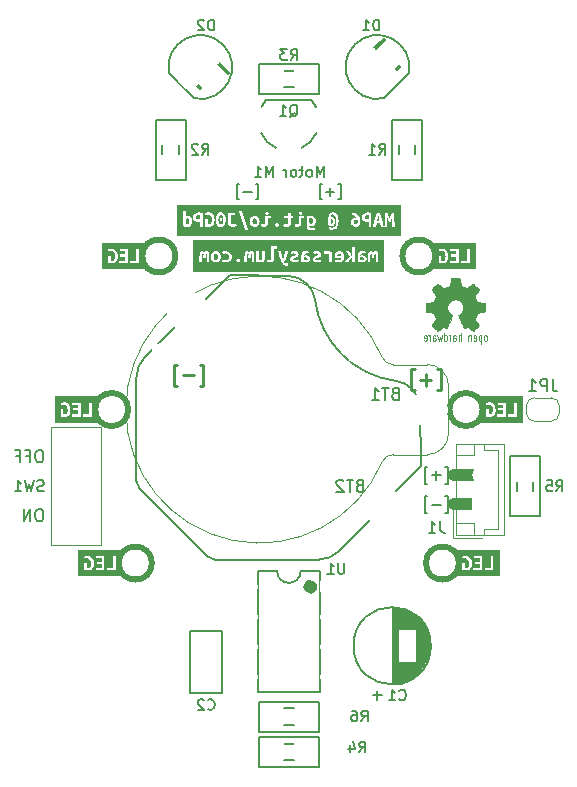
<source format=gbr>
%TF.GenerationSoftware,KiCad,Pcbnew,5.1.9-73d0e3b20d~88~ubuntu20.04.1*%
%TF.CreationDate,2021-09-08T23:10:41+05:30*%
%TF.ProjectId,MAP6,4d415036-2e6b-4696-9361-645f70636258,1*%
%TF.SameCoordinates,Original*%
%TF.FileFunction,Legend,Bot*%
%TF.FilePolarity,Positive*%
%FSLAX46Y46*%
G04 Gerber Fmt 4.6, Leading zero omitted, Abs format (unit mm)*
G04 Created by KiCad (PCBNEW 5.1.9-73d0e3b20d~88~ubuntu20.04.1) date 2021-09-08 23:10:41*
%MOMM*%
%LPD*%
G01*
G04 APERTURE LIST*
%ADD10C,1.000000*%
%ADD11C,0.500000*%
%ADD12C,0.250000*%
%ADD13C,0.160000*%
%ADD14C,0.100000*%
%ADD15C,0.200000*%
%ADD16C,0.300000*%
%ADD17C,0.127000*%
%ADD18C,0.203200*%
%ADD19C,0.120000*%
%ADD20C,0.050800*%
%ADD21C,0.002540*%
%ADD22C,0.075000*%
%ADD23C,0.150000*%
%ADD24C,12.000000*%
%ADD25C,1.800000*%
%ADD26O,3.900000X2.600000*%
%ADD27R,1.450000X1.000000*%
%ADD28R,1.000000X1.450000*%
%ADD29O,1.200000X2.400000*%
%ADD30O,2.000000X1.000000*%
%ADD31O,1.800000X1.800000*%
%ADD32O,2.200000X1.800000*%
%ADD33O,2.400000X1.200000*%
%ADD34C,3.048000*%
%ADD35C,2.036000*%
%ADD36C,1.400000*%
%ADD37O,2.000000X1.700000*%
G04 APERTURE END LIST*
D10*
X162500000Y-118000000D02*
X165000000Y-118000000D01*
X162500000Y-115500000D02*
X165000000Y-115500000D01*
D11*
X134900000Y-110000000D02*
G75*
G03*
X134900000Y-110000000I-1400000J0D01*
G01*
X138900000Y-97000000D02*
G75*
G03*
X138900000Y-97000000I-1400000J0D01*
G01*
X160900000Y-97000000D02*
G75*
G03*
X160900000Y-97000000I-1400000J0D01*
G01*
X164900000Y-110000000D02*
G75*
G03*
X164900000Y-110000000I-1400000J0D01*
G01*
X162900000Y-123000000D02*
G75*
G03*
X162900000Y-123000000I-1400000J0D01*
G01*
X136900000Y-123000000D02*
G75*
G03*
X136900000Y-123000000I-1400000J0D01*
G01*
D12*
X161052380Y-108382142D02*
X161350000Y-108382142D01*
X161350000Y-106596428D01*
X161052380Y-106596428D01*
X160576190Y-107489285D02*
X159623809Y-107489285D01*
X160100000Y-107965476D02*
X160100000Y-107013095D01*
X159147619Y-108382142D02*
X158850000Y-108382142D01*
X158850000Y-106596428D01*
X159147619Y-106596428D01*
X140952380Y-107982142D02*
X141250000Y-107982142D01*
X141250000Y-106196428D01*
X140952380Y-106196428D01*
X140476190Y-107089285D02*
X139523809Y-107089285D01*
X139047619Y-107982142D02*
X138750000Y-107982142D01*
X138750000Y-106196428D01*
X139047619Y-106196428D01*
D13*
%TO.C,BT2*%
X135599121Y-116057077D02*
G75*
G03*
X135837243Y-116631955I813000J0D01*
G01*
X141665802Y-122460758D02*
G75*
G03*
X142240802Y-122698931I575000J575000D01*
G01*
X151036503Y-122698487D02*
G75*
G03*
X152706689Y-122006673I0J2362000D01*
G01*
X136291392Y-105591375D02*
G75*
G03*
X135599655Y-107261375I1670000J-1670000D01*
G01*
X158926054Y-108248569D02*
G75*
G03*
X157559563Y-107576745I-1669840J-1670821D01*
G01*
X150720354Y-100737052D02*
G75*
G03*
X157559563Y-107576745I7859564J1019799D01*
G01*
X150048649Y-99371321D02*
G75*
G03*
X148419501Y-98679928I-1670160J-1670343D01*
G01*
X150720843Y-100737653D02*
G75*
G03*
X150048675Y-99371478I-2342354J-304011D01*
G01*
X159617856Y-109878251D02*
G75*
G03*
X158926401Y-108249204I-2361642J-41139D01*
G01*
X151036503Y-122698487D02*
G75*
G03*
X152706689Y-122006673I0J2362000D01*
G01*
X141665802Y-122460758D02*
G75*
G03*
X142240802Y-122698931I575000J575000D01*
G01*
X135599121Y-116057077D02*
G75*
G03*
X135837243Y-116631955I813000J0D01*
G01*
X136291392Y-105591375D02*
G75*
G03*
X135599655Y-107261375I1670000J-1670000D01*
G01*
X141470056Y-100681040D02*
X143556021Y-98595075D01*
X159702804Y-114741858D02*
X157546128Y-116898534D01*
X159617951Y-109878378D02*
X159702804Y-114741858D01*
X143556021Y-98595075D02*
X148419501Y-98679928D01*
X135599655Y-107261375D02*
X135598948Y-109769483D01*
X135598948Y-114494371D02*
X135598948Y-109769483D01*
X135833707Y-116628419D02*
X141667338Y-122462050D01*
X148528395Y-122698931D02*
X151036503Y-122698224D01*
X143803508Y-122698931D02*
X148528395Y-122698931D01*
X152706689Y-122006673D02*
X155347026Y-119366336D01*
X138867196Y-103027927D02*
X136291206Y-105591189D01*
X135598948Y-114494371D02*
X135598948Y-116057077D01*
X142240802Y-122698931D02*
X143803508Y-122698931D01*
D14*
%TO.C,BT1*%
X157326445Y-113810360D02*
G75*
G03*
X156406000Y-114419000I-445J-999640D01*
G01*
X156405495Y-105580731D02*
G75*
G03*
X157326000Y-106190000I920505J390731D01*
G01*
X156407377Y-105584246D02*
G75*
G03*
X156406000Y-114419000I-10407377J-4415754D01*
G01*
X162016000Y-107970000D02*
G75*
G03*
X160236000Y-106190000I-1780000J0D01*
G01*
X160236000Y-113810000D02*
G75*
G03*
X162016000Y-112030000I0J1780000D01*
G01*
X157326000Y-113810000D02*
X160236000Y-113810000D01*
X157326000Y-106190000D02*
X160236000Y-106190000D01*
X162016000Y-107970000D02*
X162016000Y-112030000D01*
D15*
%TO.C,D1*%
X156529411Y-83651834D02*
G75*
G02*
X158651650Y-81530330I-529411J2651834D01*
G01*
X156530330Y-83651650D02*
X158651650Y-81530330D01*
D16*
X156898026Y-81898026D02*
X157796051Y-81000000D01*
X155101974Y-80101974D02*
X156516188Y-78687761D01*
D15*
%TO.C,D2*%
X138348166Y-81529411D02*
G75*
G02*
X140469670Y-83651650I2651834J529411D01*
G01*
D16*
X141898026Y-80101974D02*
X143312239Y-81516188D01*
X140101974Y-81898026D02*
X141000000Y-82796051D01*
D15*
X138348350Y-81530330D02*
X140469670Y-83651650D01*
D17*
%TO.C,R5*%
X167800000Y-116100000D02*
X167800000Y-116900000D01*
X169200000Y-116900000D02*
X169200000Y-116100000D01*
D18*
X167230000Y-119040000D02*
X167230000Y-113960000D01*
X169770000Y-119040000D02*
X167230000Y-119040000D01*
X169770000Y-113960000D02*
X169770000Y-119040000D01*
X167230000Y-113960000D02*
X169770000Y-113960000D01*
D17*
%TO.C,R2*%
X139200000Y-88400000D02*
X139200000Y-87600000D01*
X137800000Y-87600000D02*
X137800000Y-88400000D01*
D18*
X139770000Y-85460000D02*
X139770000Y-90540000D01*
X137230000Y-85460000D02*
X139770000Y-85460000D01*
X137230000Y-90540000D02*
X137230000Y-85460000D01*
X139770000Y-90540000D02*
X137230000Y-90540000D01*
D17*
%TO.C,R1*%
X159200000Y-88400000D02*
X159200000Y-87600000D01*
X157800000Y-87600000D02*
X157800000Y-88400000D01*
D18*
X159770000Y-85460000D02*
X159770000Y-90540000D01*
X157230000Y-85460000D02*
X159770000Y-85460000D01*
X157230000Y-90540000D02*
X157230000Y-85460000D01*
X159770000Y-90540000D02*
X157230000Y-90540000D01*
D17*
%TO.C,R3*%
X148900000Y-81300000D02*
X148100000Y-81300000D01*
X148100000Y-82700000D02*
X148900000Y-82700000D01*
D18*
X145960000Y-80730000D02*
X151040000Y-80730000D01*
X145960000Y-83270000D02*
X145960000Y-80730000D01*
X151040000Y-83270000D02*
X145960000Y-83270000D01*
X151040000Y-80730000D02*
X151040000Y-83270000D01*
D17*
%TO.C,R4*%
X148900000Y-138300000D02*
X148100000Y-138300000D01*
X148100000Y-139700000D02*
X148900000Y-139700000D01*
D18*
X145960000Y-137730000D02*
X151040000Y-137730000D01*
X145960000Y-140270000D02*
X145960000Y-137730000D01*
X151040000Y-140270000D02*
X145960000Y-140270000D01*
X151040000Y-137730000D02*
X151040000Y-140270000D01*
D17*
%TO.C,R6*%
X148900000Y-135300000D02*
X148100000Y-135300000D01*
X148100000Y-136700000D02*
X148900000Y-136700000D01*
D18*
X145960000Y-134730000D02*
X151040000Y-134730000D01*
X145960000Y-137270000D02*
X145960000Y-134730000D01*
X151040000Y-137270000D02*
X145960000Y-137270000D01*
X151040000Y-134730000D02*
X151040000Y-137270000D01*
D14*
%TO.C,C1*%
G36*
X157700000Y-128600000D02*
G01*
X157250000Y-128600000D01*
X157250000Y-131400000D01*
X157700000Y-131400000D01*
X157700000Y-128600000D01*
G37*
X157700000Y-128600000D02*
X157250000Y-128600000D01*
X157250000Y-131400000D01*
X157700000Y-131400000D01*
X157700000Y-128600000D01*
D15*
X160520000Y-130000000D02*
G75*
G03*
X160520000Y-130000000I-3270000J0D01*
G01*
D14*
G36*
X158000000Y-133200000D02*
G01*
X159000000Y-132800000D01*
X159800000Y-132000000D01*
X160400000Y-131000000D01*
X160520000Y-130000000D01*
X160400000Y-129000000D01*
X159800000Y-128000000D01*
X159000000Y-127200000D01*
X158000000Y-126800000D01*
X157250000Y-126730000D01*
X157250000Y-128600000D01*
X159300000Y-128600000D01*
X159300000Y-131400000D01*
X157250000Y-131400000D01*
X157250000Y-133270000D01*
X158000000Y-133200000D01*
G37*
X158000000Y-133200000D02*
X159000000Y-132800000D01*
X159800000Y-132000000D01*
X160400000Y-131000000D01*
X160520000Y-130000000D01*
X160400000Y-129000000D01*
X159800000Y-128000000D01*
X159000000Y-127200000D01*
X158000000Y-126800000D01*
X157250000Y-126730000D01*
X157250000Y-128600000D01*
X159300000Y-128600000D01*
X159300000Y-131400000D01*
X157250000Y-131400000D01*
X157250000Y-133270000D01*
X158000000Y-133200000D01*
D19*
%TO.C,JP1*%
X171400000Y-109700000D02*
G75*
G03*
X170700000Y-109000000I-700000J0D01*
G01*
X170700000Y-111000000D02*
G75*
G03*
X171400000Y-110300000I0J700000D01*
G01*
X168600000Y-110300000D02*
G75*
G03*
X169300000Y-111000000I700000J0D01*
G01*
X169300000Y-109000000D02*
G75*
G03*
X168600000Y-109700000I0J-700000D01*
G01*
X171400000Y-110300000D02*
X171400000Y-109700000D01*
X169300000Y-111000000D02*
X170700000Y-111000000D01*
X168600000Y-109700000D02*
X168600000Y-110300000D01*
X170700000Y-109000000D02*
X169300000Y-109000000D01*
D15*
%TO.C,Q1*%
X150802657Y-84388302D02*
G75*
G03*
X150410000Y-83800000I-2302657J-1111698D01*
G01*
X150836054Y-86590391D02*
G75*
G02*
X149560000Y-87850000I-2336054J1090391D01*
G01*
X146152545Y-86595471D02*
G75*
G03*
X147410000Y-87850000I2347455J1095471D01*
G01*
X146178210Y-84376217D02*
G75*
G02*
X146560000Y-83800000I2321790J-1123783D01*
G01*
X146560000Y-83800000D02*
X150410000Y-83800000D01*
D19*
%TO.C,SW1*%
X132600000Y-121500000D02*
X132600000Y-111500000D01*
X132600000Y-111500000D02*
X128400000Y-111500000D01*
X128400000Y-111500000D02*
X128400000Y-121500000D01*
X128400000Y-121500000D02*
X132600000Y-121500000D01*
D15*
%TO.C,C2*%
X142870000Y-128750000D02*
X140130000Y-128750000D01*
X142870000Y-133990000D02*
X140130000Y-133990000D01*
X140130000Y-133990000D02*
X140130000Y-128750000D01*
X142870000Y-133990000D02*
X142870000Y-128750000D01*
D20*
%TO.C,kibuzzard-611CF906*%
G36*
X157460168Y-92661552D02*
G01*
X157197278Y-93326582D01*
X157163940Y-93429452D01*
X157121078Y-93564707D01*
X157075358Y-93711392D01*
X157031543Y-93848552D01*
X156983918Y-93702820D01*
X156936293Y-93558040D01*
X156894383Y-93427547D01*
X156860093Y-93326582D01*
X156665783Y-93326582D01*
X156652686Y-93478982D01*
X156640065Y-93627572D01*
X156628635Y-93773543D01*
X156619110Y-93918085D01*
X156611252Y-94062389D01*
X156604822Y-94207645D01*
X156599584Y-94355044D01*
X156595297Y-94505778D01*
X156810563Y-94505778D01*
X156799133Y-93589472D01*
X156943913Y-94088583D01*
X157115363Y-94088583D01*
X157254428Y-93589472D01*
X157244903Y-94505778D01*
X157460168Y-94505778D01*
X157454214Y-94358140D01*
X157447785Y-94204788D01*
X157440879Y-94049054D01*
X157433498Y-93894272D01*
X157425163Y-93742349D01*
X157415400Y-93595187D01*
X157404208Y-93455646D01*
X157391588Y-93326582D01*
X157197278Y-93326582D01*
X157460168Y-92661552D01*
X157972798Y-92661552D01*
X157972798Y-95338448D01*
X155867588Y-94505778D01*
X155922833Y-94233363D01*
X156237158Y-94233363D01*
X156290498Y-94505778D01*
X156534337Y-94505778D01*
X156500733Y-94368808D01*
X156466977Y-94236792D01*
X156433068Y-94109728D01*
X156399006Y-93987617D01*
X156364793Y-93870460D01*
X156322287Y-93728954D01*
X156280496Y-93591139D01*
X156239420Y-93457015D01*
X156199058Y-93326582D01*
X155943788Y-93326582D01*
X155901937Y-93458087D01*
X155860206Y-93593521D01*
X155818593Y-93732883D01*
X155777100Y-93876175D01*
X155744144Y-93994323D01*
X155711568Y-94116357D01*
X155679374Y-94242278D01*
X155647560Y-94372085D01*
X155616128Y-94505778D01*
X155867588Y-94505778D01*
X157972798Y-95338448D01*
X157460168Y-95338448D01*
X152607418Y-94511016D01*
X152661473Y-94384810D01*
X152686873Y-94283528D01*
X152702113Y-94166370D01*
X152707193Y-94033338D01*
X152702853Y-93903480D01*
X152689836Y-93788227D01*
X152668140Y-93687580D01*
X152622182Y-93560897D01*
X152562412Y-93460885D01*
X152490975Y-93386590D01*
X152410013Y-93337060D01*
X152321906Y-93309199D01*
X152229038Y-93299912D01*
X152082353Y-93323725D01*
X149638238Y-93353252D01*
X149595375Y-93242762D01*
X149491553Y-93202757D01*
X149386778Y-93242762D01*
X149342963Y-93353252D01*
X149386778Y-93461837D01*
X149491553Y-93501842D01*
X149595375Y-93461837D01*
X149638238Y-93353252D01*
X152082353Y-93323725D01*
X151962338Y-93398972D01*
X151916141Y-93458266D01*
X151880423Y-93533275D01*
X151857563Y-93624953D01*
X151849943Y-93734252D01*
X150763563Y-94150813D01*
X150773618Y-94029528D01*
X150760071Y-93894696D01*
X150719431Y-93784841D01*
X150651698Y-93699962D01*
X150560681Y-93639637D01*
X150450191Y-93603442D01*
X150320228Y-93591377D01*
X150219686Y-93596669D01*
X150113641Y-93612544D01*
X150002093Y-93639002D01*
X150002093Y-94397193D01*
X150013840Y-94530543D01*
X150049083Y-94638493D01*
X150107820Y-94721043D01*
X150192593Y-94779251D01*
X150305940Y-94814176D01*
X150447863Y-94825818D01*
X150530016Y-94821531D01*
X150608835Y-94808673D01*
X150756473Y-94768668D01*
X150712658Y-94570548D01*
X150596452Y-94609600D01*
X150444053Y-94627698D01*
X150343088Y-94613410D01*
X150280223Y-94574358D01*
X150247838Y-94516255D01*
X150238313Y-94444818D01*
X150238313Y-94408623D01*
X150328800Y-94437198D01*
X150417383Y-94446723D01*
X150524803Y-94434446D01*
X150613386Y-94397616D01*
X150683130Y-94336233D01*
X150733401Y-94253047D01*
X150763563Y-94150813D01*
X151849943Y-93734252D01*
X151849943Y-94401003D01*
X151969005Y-94432435D01*
X152086163Y-94442913D01*
X152220465Y-94421005D01*
X152328098Y-94352425D01*
X152399535Y-94230505D01*
X152418823Y-94146923D01*
X152425253Y-94046673D01*
X152410965Y-93896177D01*
X152362388Y-93773305D01*
X152273805Y-93690437D01*
X152139503Y-93659957D01*
X152049968Y-93669482D01*
X152049968Y-93639002D01*
X152095688Y-93516130D01*
X152229038Y-93465647D01*
X152348100Y-93492317D01*
X152445255Y-93585662D01*
X152481926Y-93663529D01*
X152510025Y-93763780D01*
X152527884Y-93889748D01*
X152533837Y-94044768D01*
X152528837Y-94170498D01*
X152513835Y-94280988D01*
X152486689Y-94375523D01*
X152445255Y-94453390D01*
X152388581Y-94514588D01*
X152315715Y-94559118D01*
X152224989Y-94586264D01*
X152114738Y-94595313D01*
X151973768Y-94585788D01*
X151907093Y-94570548D01*
X151886138Y-94736283D01*
X151945193Y-94748665D01*
X151998533Y-94756285D01*
X152052825Y-94761048D01*
X152114738Y-94762953D01*
X152236181Y-94754380D01*
X152349053Y-94728663D01*
X152450256Y-94681752D01*
X152536695Y-94609600D01*
X152607418Y-94511016D01*
X157460168Y-95338448D01*
X139539832Y-95338448D01*
X148994348Y-94467678D01*
X149130555Y-94514350D01*
X149247713Y-94526733D01*
X149331771Y-94520065D01*
X149401065Y-94500062D01*
X149500125Y-94422910D01*
X149552513Y-94300038D01*
X149563943Y-94222409D01*
X149567753Y-94134303D01*
X149567753Y-93804737D01*
X149815403Y-93804737D01*
X149815403Y-93610427D01*
X149333438Y-93610427D01*
X148862903Y-93804737D01*
X148862903Y-93610427D01*
X148659068Y-93610427D01*
X148659068Y-93385637D01*
X148424752Y-93347537D01*
X146780737Y-93353252D01*
X146737875Y-93242762D01*
X146634052Y-93202757D01*
X146529277Y-93242762D01*
X146485463Y-93353252D01*
X146529277Y-93461837D01*
X146634052Y-93501842D01*
X146737875Y-93461837D01*
X146780737Y-93353252D01*
X148424752Y-93347537D01*
X148424752Y-93610427D01*
X148049467Y-93610427D01*
X148049467Y-93804737D01*
X146695012Y-94300038D01*
X146706442Y-94222409D01*
X146710252Y-94134303D01*
X146710252Y-93804737D01*
X146957902Y-93804737D01*
X146957902Y-93610427D01*
X146475938Y-93610427D01*
X145987305Y-93864745D01*
X145949681Y-93784259D01*
X145899675Y-93716155D01*
X145838001Y-93661386D01*
X145765372Y-93620905D01*
X145683934Y-93595902D01*
X145595827Y-93587567D01*
X145506531Y-93595902D01*
X145425330Y-93620905D01*
X145353416Y-93661386D01*
X145291980Y-93716155D01*
X145242212Y-93784259D01*
X145205302Y-93864745D01*
X145182442Y-93955947D01*
X145174822Y-94056198D01*
X145182442Y-94157877D01*
X145205302Y-94249555D01*
X145241974Y-94330279D01*
X145291027Y-94399098D01*
X145351749Y-94454819D01*
X145423425Y-94496253D01*
X145505102Y-94521970D01*
X145595827Y-94530543D01*
X145686553Y-94521970D01*
X145768230Y-94496253D01*
X145840144Y-94454819D01*
X145901580Y-94399098D01*
X145951348Y-94330279D01*
X145988257Y-94249555D01*
X146011117Y-94157877D01*
X146018737Y-94056198D01*
X146010879Y-93955947D01*
X145987305Y-93864745D01*
X146475938Y-93610427D01*
X146475938Y-94164783D01*
X146446410Y-94283845D01*
X146348302Y-94322898D01*
X146270197Y-94314325D01*
X146167327Y-94279083D01*
X146136847Y-94467678D01*
X146273055Y-94514350D01*
X146390212Y-94526733D01*
X146474271Y-94520065D01*
X146543565Y-94500062D01*
X146642625Y-94422910D01*
X146695012Y-94300038D01*
X148049467Y-93804737D01*
X148424752Y-93804737D01*
X148424752Y-94166688D01*
X148415227Y-94246698D01*
X148388557Y-94294323D01*
X148346647Y-94317183D01*
X148291402Y-94322898D01*
X148231395Y-94320993D01*
X148178055Y-94314325D01*
X148124715Y-94300038D01*
X148064707Y-94275273D01*
X147672277Y-94355283D01*
X147657990Y-94283845D01*
X147619890Y-94231458D01*
X147565597Y-94199073D01*
X147500827Y-94187643D01*
X147382717Y-94231458D01*
X147331282Y-94355283D01*
X147382717Y-94482918D01*
X147500827Y-94526733D01*
X147565597Y-94515303D01*
X147619890Y-94481965D01*
X147657990Y-94428625D01*
X147672277Y-94355283D01*
X148064707Y-94275273D01*
X148032322Y-94477203D01*
X148172340Y-94515303D01*
X148318072Y-94526733D01*
X148462852Y-94513397D01*
X148569533Y-94461963D01*
X148636208Y-94354330D01*
X148653353Y-94274082D01*
X148659068Y-94172403D01*
X148659068Y-93804737D01*
X148862903Y-93804737D01*
X149333438Y-93610427D01*
X149333438Y-94164783D01*
X149303910Y-94283845D01*
X149205803Y-94322898D01*
X149127698Y-94314325D01*
X149024828Y-94279083D01*
X148994348Y-94467678D01*
X139539832Y-95338448D01*
X139027202Y-95338448D01*
X144788107Y-94820103D01*
X145031947Y-94820103D01*
X144498547Y-93174182D01*
X144258517Y-93174182D01*
X143570812Y-94098108D01*
X143570812Y-93520892D01*
X143965147Y-93520892D01*
X143965147Y-93326582D01*
X143334592Y-93326582D01*
X143334592Y-94111443D01*
X143123614Y-94185738D01*
X143143259Y-94059531D01*
X143149807Y-93913322D01*
X143143140Y-93768781D01*
X143123137Y-93643765D01*
X143089800Y-93538276D01*
X143043127Y-93452312D01*
X142962059Y-93367646D01*
X142861094Y-93316846D01*
X142740232Y-93299912D01*
X142617466Y-93316740D01*
X142515866Y-93367222D01*
X142435432Y-93451360D01*
X142389593Y-93537025D01*
X142356851Y-93642574D01*
X142337206Y-93768007D01*
X142202546Y-93773543D01*
X142172542Y-93649480D01*
X142125394Y-93543514D01*
X142063957Y-93456122D01*
X141989186Y-93387781D01*
X141902032Y-93338965D01*
X141805354Y-93309676D01*
X141702007Y-93299912D01*
X141579135Y-93310390D01*
X141484837Y-93334202D01*
X141419115Y-93362777D01*
X141380062Y-93385637D01*
X141208612Y-94505778D01*
X141208612Y-93341822D01*
X141131460Y-93328487D01*
X141044782Y-93319915D01*
X140959057Y-93315152D01*
X140884762Y-93313247D01*
X140746121Y-93323513D01*
X140629916Y-93354311D01*
X140536147Y-93405640D01*
X140467356Y-93480252D01*
X140426081Y-93580900D01*
X140412322Y-93707582D01*
X140426187Y-93835535D01*
X140467779Y-93937452D01*
X140537100Y-94013335D01*
X140631821Y-94065723D01*
X140749613Y-94097155D01*
X140890477Y-94107633D01*
X140974297Y-94107633D01*
X140257806Y-94310198D01*
X140293683Y-94197168D01*
X140305642Y-94063818D01*
X140295588Y-93928033D01*
X140265426Y-93812781D01*
X140215155Y-93718060D01*
X140145199Y-93647681D01*
X140055982Y-93605453D01*
X139947502Y-93591377D01*
X139854157Y-93601855D01*
X139774147Y-93631382D01*
X139774147Y-93223712D01*
X139539832Y-93183707D01*
X139539832Y-94479108D01*
X139611746Y-94498158D01*
X139697947Y-94513397D01*
X139790340Y-94523399D01*
X139880827Y-94526733D01*
X140009203Y-94512974D01*
X140114931Y-94471699D01*
X140198010Y-94402908D01*
X140257806Y-94310198D01*
X140974297Y-94107633D01*
X140974297Y-94505778D01*
X141208612Y-94505778D01*
X141380062Y-93385637D01*
X141441022Y-93572327D01*
X141543892Y-93524702D01*
X141669622Y-93503747D01*
X141810592Y-93534227D01*
X141904890Y-93619000D01*
X141958230Y-93748540D01*
X141970374Y-93827836D01*
X141974422Y-93915227D01*
X141967014Y-94043815D01*
X141944789Y-94147638D01*
X141907747Y-94226695D01*
X141825356Y-94301704D01*
X141711532Y-94326708D01*
X141665812Y-94324803D01*
X141620092Y-94319088D01*
X141620092Y-93888557D01*
X141385777Y-93888557D01*
X141385777Y-94477203D01*
X141516270Y-94511493D01*
X141614139Y-94525780D01*
X141730582Y-94530543D01*
X141835596Y-94520779D01*
X141929655Y-94491490D01*
X142011808Y-94442913D01*
X142081102Y-94375285D01*
X142136824Y-94288608D01*
X142178257Y-94182880D01*
X142203975Y-94058341D01*
X142212547Y-93915227D01*
X142202546Y-93773543D01*
X142337206Y-93768007D01*
X142330657Y-93913322D01*
X142337206Y-94059531D01*
X142356851Y-94185738D01*
X142389593Y-94291941D01*
X142435432Y-94378143D01*
X142515866Y-94462809D01*
X142617466Y-94513609D01*
X142740232Y-94530543D01*
X142862999Y-94513609D01*
X142964599Y-94462809D01*
X143045032Y-94378143D01*
X143090872Y-94291941D01*
X143123614Y-94185738D01*
X143334592Y-94111443D01*
X143340069Y-94194786D01*
X143356500Y-94273368D01*
X143428890Y-94406718D01*
X143486754Y-94457914D01*
X143559382Y-94497205D01*
X143647965Y-94522208D01*
X143753692Y-94530543D01*
X143863706Y-94522922D01*
X143953717Y-94500062D01*
X144088972Y-94425768D01*
X143999437Y-94239078D01*
X143893710Y-94298133D01*
X143774647Y-94326708D01*
X143692018Y-94314563D01*
X143627010Y-94278130D01*
X143584862Y-94208836D01*
X143570812Y-94098108D01*
X144258517Y-93174182D01*
X144788107Y-94820103D01*
X139027202Y-95338448D01*
X139027202Y-92661552D01*
X155172263Y-93313247D01*
X155033621Y-93323513D01*
X154917416Y-93354311D01*
X154823648Y-93405640D01*
X154754856Y-93480252D01*
X154713581Y-93580900D01*
X154699823Y-93707582D01*
X154713687Y-93835535D01*
X154755279Y-93937452D01*
X154558853Y-94023813D01*
X154546232Y-93862364D01*
X154508370Y-93720917D01*
X154447172Y-93599950D01*
X154364543Y-93499938D01*
X154261673Y-93421356D01*
X154139753Y-93364682D01*
X154001164Y-93330392D01*
X153848288Y-93318962D01*
X153834953Y-93518987D01*
X153983543Y-93534227D01*
X154116893Y-93578995D01*
X154222620Y-93659957D01*
X154288343Y-93783782D01*
X154217858Y-93759970D01*
X154156898Y-93751397D01*
X154061886Y-93759017D01*
X153982590Y-93781877D01*
X153865433Y-93863792D01*
X153799710Y-93983808D01*
X153779708Y-94128588D01*
X153801615Y-94267653D01*
X153869243Y-94397193D01*
X153985448Y-94493395D01*
X154062600Y-94521256D01*
X154153088Y-94530543D01*
X154274690Y-94516890D01*
X154375338Y-94475933D01*
X154455030Y-94407670D01*
X154512709Y-94310409D01*
X154547317Y-94182457D01*
X154558853Y-94023813D01*
X154755279Y-93937452D01*
X154824600Y-94013335D01*
X154919321Y-94065723D01*
X155037113Y-94097155D01*
X155177978Y-94107633D01*
X155261798Y-94107633D01*
X155261798Y-94505778D01*
X155496113Y-94505778D01*
X155496113Y-93341822D01*
X155418960Y-93328487D01*
X155332283Y-93319915D01*
X155246558Y-93315152D01*
X155172263Y-93313247D01*
X139027202Y-92661552D01*
X139539832Y-92661552D01*
X157460168Y-92661552D01*
G37*
G36*
X142542112Y-93913322D02*
G01*
X142633552Y-93894272D01*
X142663080Y-93982855D01*
X142738327Y-94020003D01*
X142816432Y-93982855D01*
X142845007Y-93894272D01*
X142816432Y-93804737D01*
X142738327Y-93766637D01*
X142663080Y-93804737D01*
X142633552Y-93894272D01*
X142542112Y-93913322D01*
X142547722Y-93789392D01*
X142564549Y-93686839D01*
X142592595Y-93605665D01*
X142654746Y-93526369D01*
X142740232Y-93499938D01*
X142824529Y-93526369D01*
X142886917Y-93605665D01*
X142915492Y-93686839D01*
X142932637Y-93789392D01*
X142938352Y-93913322D01*
X142932637Y-94038312D01*
X142915492Y-94141499D01*
X142886917Y-94222885D01*
X142824529Y-94302181D01*
X142740232Y-94328613D01*
X142654746Y-94302181D01*
X142592595Y-94222885D01*
X142564549Y-94141499D01*
X142547722Y-94038312D01*
X142542112Y-93913322D01*
G37*
G36*
X145780612Y-94058103D02*
G01*
X145769897Y-94166688D01*
X145737750Y-94252412D01*
X145681791Y-94308134D01*
X145599637Y-94326708D01*
X145519389Y-94308134D01*
X145461525Y-94252412D01*
X145426521Y-94166688D01*
X145414852Y-94058103D01*
X145425568Y-93949756D01*
X145457715Y-93864745D01*
X145513674Y-93809738D01*
X145595827Y-93791402D01*
X145676076Y-93809738D01*
X145733940Y-93864745D01*
X145768944Y-93949756D01*
X145780612Y-94058103D01*
G37*
G36*
X140067517Y-94052388D02*
G01*
X140056326Y-94161449D01*
X140022750Y-94248603D01*
X139964409Y-94305753D01*
X139878922Y-94324803D01*
X139825582Y-94322898D01*
X139774147Y-94317183D01*
X139774147Y-93829502D01*
X139835107Y-93803785D01*
X139907497Y-93793307D01*
X139979887Y-93809976D01*
X140029417Y-93859982D01*
X140057992Y-93941421D01*
X140067517Y-94052388D01*
G37*
G36*
X150535493Y-94029528D02*
G01*
X150525491Y-94126921D01*
X150495488Y-94198120D01*
X150369758Y-94256223D01*
X150298320Y-94246698D01*
X150238313Y-94221933D01*
X150238313Y-93791402D01*
X150285938Y-93783782D01*
X150329753Y-93781877D01*
X150444053Y-93809394D01*
X150512633Y-93891944D01*
X150535493Y-94029528D01*
G37*
G36*
X156077138Y-93555182D02*
G01*
X156112380Y-93681865D01*
X156142860Y-93799975D01*
X156169530Y-93917132D01*
X156193343Y-94039053D01*
X155962838Y-94039053D01*
X155985698Y-93917132D01*
X156011415Y-93799975D01*
X156041895Y-93681865D01*
X156077138Y-93555182D01*
G37*
G36*
X155145593Y-93517082D02*
G01*
X155203695Y-93518035D01*
X155261798Y-93522797D01*
X155261798Y-93903797D01*
X155166548Y-93903797D01*
X155067964Y-93892606D01*
X154997003Y-93859030D01*
X154954140Y-93798308D01*
X154939853Y-93705677D01*
X154953902Y-93617809D01*
X154996050Y-93559945D01*
X155061534Y-93527798D01*
X155145593Y-93517082D01*
G37*
G36*
X140858092Y-93517082D02*
G01*
X140916195Y-93518035D01*
X140974297Y-93522797D01*
X140974297Y-93903797D01*
X140879047Y-93903797D01*
X140780464Y-93892606D01*
X140709502Y-93859030D01*
X140666640Y-93798308D01*
X140652352Y-93705677D01*
X140666402Y-93617809D01*
X140708550Y-93559945D01*
X140774034Y-93527798D01*
X140858092Y-93517082D01*
G37*
G36*
X154187378Y-93945707D02*
G01*
X154261673Y-93953327D01*
X154324538Y-93974282D01*
X154327395Y-94008573D01*
X154328348Y-94044768D01*
X154320728Y-94150495D01*
X154294058Y-94240983D01*
X154241670Y-94304800D01*
X154158803Y-94328613D01*
X154090223Y-94309563D01*
X154043550Y-94261938D01*
X154016880Y-94199073D01*
X154008308Y-94132398D01*
X154048313Y-93994285D01*
X154103081Y-93957852D01*
X154187378Y-93945707D01*
G37*
G36*
X152225228Y-94035243D02*
G01*
X152220465Y-94109538D01*
X152202368Y-94178118D01*
X152165220Y-94228600D01*
X152103308Y-94248603D01*
X152049968Y-94242888D01*
X152049968Y-93861887D01*
X152078543Y-93856172D01*
X152105213Y-93854267D01*
X152164268Y-93870460D01*
X152200463Y-93912370D01*
X152219513Y-93970472D01*
X152225228Y-94035243D01*
G37*
%TO.C,kibuzzard-611CD92E*%
G36*
X149926845Y-97333375D02*
G01*
X149852550Y-97332423D01*
X149789685Y-97327660D01*
X149789685Y-97121920D01*
X149844930Y-97115253D01*
X149903985Y-97112395D01*
X149974470Y-97117158D01*
X150034478Y-97133350D01*
X150075435Y-97165735D01*
X150090675Y-97220980D01*
X150044955Y-97307658D01*
X149926845Y-97333375D01*
G37*
G36*
X154689345Y-97333375D02*
G01*
X154615050Y-97332423D01*
X154552185Y-97327660D01*
X154552185Y-97121920D01*
X154607430Y-97115253D01*
X154666485Y-97112395D01*
X154736970Y-97117158D01*
X154796978Y-97133350D01*
X154837935Y-97165735D01*
X154853175Y-97220980D01*
X154807455Y-97307658D01*
X154689345Y-97333375D01*
G37*
G36*
X152603370Y-96967615D02*
G01*
X152612895Y-96898082D01*
X152643375Y-96838075D01*
X152696715Y-96795212D01*
X152776725Y-96779020D01*
X152855783Y-96794260D01*
X152911028Y-96836170D01*
X152945318Y-96897130D01*
X152961510Y-96967615D01*
X152603370Y-96967615D01*
G37*
G36*
X142491630Y-97053340D02*
G01*
X142480914Y-97161925D01*
X142448767Y-97247650D01*
X142392808Y-97303371D01*
X142310655Y-97321945D01*
X142230407Y-97303371D01*
X142172542Y-97247650D01*
X142137538Y-97161925D01*
X142125870Y-97053340D01*
X142136586Y-96944993D01*
X142168732Y-96859982D01*
X142224692Y-96804976D01*
X142306845Y-96786640D01*
X142387093Y-96804976D01*
X142444957Y-96859982D01*
X142479962Y-96944993D01*
X142491630Y-97053340D01*
G37*
G36*
X156064755Y-95666315D02*
G01*
X155466585Y-96596140D01*
X155344665Y-96619000D01*
X155269418Y-96687580D01*
X155232270Y-96802832D01*
X155225126Y-96878318D01*
X155222745Y-96965710D01*
X154967475Y-96811405D01*
X154999860Y-96622810D01*
X154876035Y-96595187D01*
X154794596Y-96585901D01*
X154710300Y-96582805D01*
X154609097Y-96589234D01*
X154526468Y-96608522D01*
X154409310Y-96680912D01*
X154346445Y-96795212D01*
X154327395Y-96946660D01*
X154094985Y-97501015D01*
X154094985Y-96218950D01*
X153858765Y-96178945D01*
X153858765Y-96959995D01*
X153789233Y-96875222D01*
X153720653Y-96782830D01*
X153656835Y-96690437D01*
X153603495Y-96605665D01*
X153321555Y-96605665D01*
X153399660Y-96700915D01*
X153490148Y-96805690D01*
X153583493Y-96908560D01*
X153203445Y-97060960D01*
X153194396Y-96949994D01*
X153167250Y-96853315D01*
X153125340Y-96771162D01*
X153072000Y-96703772D01*
X153008659Y-96651147D01*
X152936745Y-96613285D01*
X152859593Y-96590425D01*
X152780535Y-96582805D01*
X152659038Y-96595822D01*
X152558708Y-96634875D01*
X152479545Y-96699962D01*
X152422395Y-96790027D01*
X152388105Y-96904009D01*
X152376675Y-97041910D01*
X152377628Y-97089535D01*
X152140455Y-97501015D01*
X152140455Y-96664720D01*
X152045919Y-96633764D01*
X151949003Y-96609475D01*
X151842561Y-96593759D01*
X151719450Y-96588520D01*
X151665158Y-96590425D01*
X151589910Y-96597092D01*
X151508948Y-96608522D01*
X151435605Y-96626620D01*
X151477515Y-96843790D01*
X151531808Y-96832360D01*
X151595625Y-96821882D01*
X151658490Y-96815215D01*
X151709925Y-96813310D01*
X151807080Y-96818072D01*
X151904235Y-96836170D01*
X150923160Y-97323850D01*
X150791715Y-97311468D01*
X150745995Y-97260985D01*
X150760283Y-97219075D01*
X150800288Y-97189548D01*
X150859343Y-97165735D01*
X150928875Y-97142875D01*
X151033650Y-97107633D01*
X151130805Y-97057150D01*
X151203195Y-96979997D01*
X151231770Y-96862840D01*
X151209863Y-96755207D01*
X151141283Y-96665672D01*
X151022220Y-96604712D01*
X150942686Y-96588282D01*
X150848865Y-96582805D01*
X150764331Y-96586139D01*
X149947800Y-96582805D01*
X149846597Y-96589234D01*
X149763968Y-96608522D01*
X149646810Y-96680912D01*
X149583945Y-96795212D01*
X149564895Y-96946660D01*
X149018160Y-97323850D01*
X148886715Y-97311468D01*
X148840995Y-97260985D01*
X148855283Y-97219075D01*
X148895288Y-97189548D01*
X148954343Y-97165735D01*
X149023875Y-97142875D01*
X149128650Y-97107633D01*
X149225805Y-97057150D01*
X149298195Y-96979997D01*
X149326770Y-96862840D01*
X149304863Y-96755207D01*
X149236283Y-96665672D01*
X149117220Y-96604712D01*
X149037686Y-96588282D01*
X148943865Y-96582805D01*
X148859331Y-96586139D01*
X148780988Y-96596140D01*
X148650495Y-96634240D01*
X148394272Y-96733360D01*
X148429515Y-96605665D01*
X148185675Y-96605665D01*
X148146622Y-96756160D01*
X148124001Y-96836170D01*
X148099950Y-96916180D01*
X148074471Y-96995476D01*
X148047562Y-97073343D01*
X147991365Y-97217170D01*
X147951360Y-97073343D01*
X147930881Y-96995714D01*
X147911355Y-96917132D01*
X147892543Y-96837837D01*
X147874207Y-96758065D01*
X147840870Y-96605665D01*
X147600840Y-96605665D01*
X147636321Y-96730204D01*
X147670372Y-96852362D01*
X147704424Y-96971901D01*
X147739905Y-97088583D01*
X147777291Y-97202644D01*
X147817057Y-97314325D01*
X147859682Y-97423386D01*
X147905640Y-97529590D01*
X147060772Y-97497919D01*
X147156975Y-97425768D01*
X147212696Y-97307419D01*
X147231270Y-97144780D01*
X147231270Y-96384685D01*
X147478920Y-96384685D01*
X147478920Y-96190375D01*
X146996955Y-96190375D01*
X146996955Y-97161925D01*
X146960760Y-97285750D01*
X146869320Y-97318135D01*
X146751210Y-97299085D01*
X146688345Y-97274320D01*
X146657865Y-97462915D01*
X146683582Y-97476250D01*
X146735970Y-97496253D01*
X146815027Y-97514350D01*
X146920755Y-97521970D01*
X147060772Y-97497919D01*
X147905640Y-97529590D01*
X147977078Y-97661035D01*
X148055182Y-97751523D01*
X148150432Y-97803910D01*
X148273305Y-97821055D01*
X148380937Y-97811530D01*
X148461900Y-97786765D01*
X148418085Y-97590550D01*
X148350457Y-97614363D01*
X148286640Y-97621030D01*
X148176150Y-97575310D01*
X148109475Y-97466725D01*
X148165355Y-97349568D01*
X148221235Y-97221615D01*
X148277115Y-97082868D01*
X148318072Y-96971961D01*
X148357125Y-96855458D01*
X148394272Y-96733360D01*
X148650495Y-96634240D01*
X148686690Y-96832360D01*
X148787655Y-96800927D01*
X148941960Y-96779020D01*
X149062928Y-96800927D01*
X149094360Y-96847600D01*
X149080073Y-96884747D01*
X149041973Y-96914275D01*
X148986728Y-96939992D01*
X148919100Y-96963805D01*
X148812420Y-97001905D01*
X148712408Y-97054293D01*
X148639065Y-97134303D01*
X148610490Y-97253365D01*
X148631445Y-97358140D01*
X148700978Y-97443865D01*
X148827660Y-97501015D01*
X148914814Y-97516731D01*
X149020065Y-97521970D01*
X149127698Y-97515303D01*
X149218185Y-97495300D01*
X149349630Y-97447675D01*
X149313435Y-97251460D01*
X149171513Y-97300990D01*
X149018160Y-97323850D01*
X149564895Y-96946660D01*
X149564895Y-97480060D01*
X149717295Y-97506730D01*
X149824451Y-97518160D01*
X149943990Y-97521970D01*
X150099248Y-97506730D01*
X150218310Y-97456248D01*
X150294510Y-97364808D01*
X150321180Y-97226695D01*
X150290700Y-97095250D01*
X150208785Y-97009525D01*
X150090675Y-96962852D01*
X149951610Y-96948565D01*
X149865409Y-96952375D01*
X149789685Y-96963805D01*
X149789685Y-96935230D01*
X149831595Y-96823787D01*
X149888745Y-96790212D01*
X149976375Y-96779020D01*
X150104963Y-96788545D01*
X150204975Y-96811405D01*
X150237360Y-96622810D01*
X150113535Y-96595187D01*
X150032096Y-96585901D01*
X149947800Y-96582805D01*
X150764331Y-96586139D01*
X150685988Y-96596140D01*
X150555495Y-96634240D01*
X150591690Y-96832360D01*
X150692655Y-96800927D01*
X150846960Y-96779020D01*
X150967928Y-96800927D01*
X150999360Y-96847600D01*
X150985073Y-96884747D01*
X150946973Y-96914275D01*
X150891728Y-96939992D01*
X150824100Y-96963805D01*
X150717420Y-97001905D01*
X150617408Y-97054293D01*
X150544065Y-97134303D01*
X150515490Y-97253365D01*
X150536445Y-97358140D01*
X150605978Y-97443865D01*
X150732660Y-97501015D01*
X150819814Y-97516731D01*
X150925065Y-97521970D01*
X151032698Y-97515303D01*
X151123185Y-97495300D01*
X151254630Y-97447675D01*
X151218435Y-97251460D01*
X151076513Y-97300990D01*
X150923160Y-97323850D01*
X151904235Y-96836170D01*
X151904235Y-97501015D01*
X152140455Y-97501015D01*
X152377628Y-97089535D01*
X152380485Y-97129540D01*
X152961510Y-97129540D01*
X152943413Y-97207883D01*
X152889120Y-97267653D01*
X152806253Y-97305514D01*
X152702430Y-97318135D01*
X152568128Y-97302895D01*
X152460495Y-97272415D01*
X152428110Y-97472440D01*
X152557650Y-97507683D01*
X152711955Y-97521970D01*
X152820302Y-97514588D01*
X152916743Y-97492443D01*
X153000563Y-97455771D01*
X153071048Y-97404813D01*
X153127483Y-97339804D01*
X153169155Y-97260985D01*
X153194873Y-97168116D01*
X153203445Y-97060960D01*
X153583493Y-96908560D01*
X153668265Y-97000000D01*
X153565395Y-97109538D01*
X153510626Y-97174546D01*
X153456810Y-97241935D01*
X153405613Y-97310515D01*
X153358703Y-97379095D01*
X153287265Y-97501015D01*
X153555870Y-97501015D01*
X153615878Y-97393383D01*
X153694935Y-97275273D01*
X153779708Y-97164783D01*
X153858765Y-97078105D01*
X153858765Y-97501015D01*
X154094985Y-97501015D01*
X154327395Y-96946660D01*
X154327395Y-97480060D01*
X154479795Y-97506730D01*
X154586951Y-97518160D01*
X154706490Y-97521970D01*
X154861748Y-97506730D01*
X154980810Y-97456248D01*
X155057010Y-97364808D01*
X155083680Y-97226695D01*
X155053200Y-97095250D01*
X154971285Y-97009525D01*
X154853175Y-96962852D01*
X154714110Y-96948565D01*
X154627909Y-96952375D01*
X154552185Y-96963805D01*
X154552185Y-96935230D01*
X154594095Y-96823787D01*
X154651245Y-96790212D01*
X154738875Y-96779020D01*
X154867463Y-96788545D01*
X154967475Y-96811405D01*
X155222745Y-96965710D01*
X155222745Y-97501015D01*
X155413245Y-97501015D01*
X155413245Y-96954280D01*
X155419913Y-96868555D01*
X155437058Y-96819025D01*
X155461823Y-96796165D01*
X155491350Y-96790450D01*
X155527545Y-96793307D01*
X155561835Y-96803785D01*
X155552310Y-96883795D01*
X155548500Y-96980950D01*
X155548500Y-97160020D01*
X155739000Y-97160020D01*
X155739000Y-96954280D01*
X155757098Y-96826645D01*
X155815200Y-96790450D01*
X155842823Y-96792355D01*
X155874255Y-96798070D01*
X155874255Y-97501015D01*
X156064755Y-97501015D01*
X156064755Y-96639955D01*
X155918070Y-96607570D01*
X155790435Y-96596140D01*
X155701853Y-96608522D01*
X155634225Y-96649480D01*
X155558025Y-96612332D01*
X155466585Y-96596140D01*
X156064755Y-95666315D01*
X156577385Y-95666315D01*
X156577385Y-98333685D01*
X156064755Y-98333685D01*
X140935245Y-98333685D01*
X145760610Y-97470535D01*
X145832286Y-97487680D01*
X145917772Y-97504825D01*
X146014213Y-97517684D01*
X146118750Y-97521970D01*
X146219239Y-97514350D01*
X146299725Y-97491490D01*
X146411167Y-97404813D01*
X146467365Y-97272415D01*
X146478795Y-97192405D01*
X146482605Y-97104775D01*
X146482605Y-96605665D01*
X146248290Y-96605665D01*
X146248290Y-97074295D01*
X146240908Y-97182166D01*
X146218762Y-97258128D01*
X146103510Y-97318135D01*
X145996830Y-97308610D01*
X145996830Y-96605665D01*
X145760610Y-96605665D01*
X145760610Y-97470535D01*
X140935245Y-98333685D01*
X140422615Y-98333685D01*
X144042300Y-97350520D01*
X144093735Y-97478155D01*
X144211845Y-97521970D01*
X144276615Y-97510540D01*
X144330908Y-97477203D01*
X144369008Y-97423863D01*
X144383295Y-97350520D01*
X144369008Y-97279083D01*
X144330908Y-97226695D01*
X144276615Y-97194310D01*
X144211845Y-97182880D01*
X144093735Y-97226695D01*
X144042300Y-97350520D01*
X140422615Y-98333685D01*
X140422615Y-95666315D01*
X144989085Y-96596140D01*
X144867165Y-96619000D01*
X144791917Y-96687580D01*
X144754770Y-96802832D01*
X143653680Y-97053340D01*
X143646060Y-96959042D01*
X143623200Y-96870460D01*
X143584624Y-96790212D01*
X143529855Y-96720917D01*
X143458656Y-96663767D01*
X143370787Y-96619952D01*
X143265298Y-96592092D01*
X143141235Y-96582805D01*
X142996455Y-96594235D01*
X142865010Y-96632335D01*
X142916445Y-96820930D01*
X143001217Y-96797117D01*
X143120280Y-96786640D01*
X143260297Y-96806642D01*
X143350785Y-96861887D01*
X142721897Y-96951184D01*
X142698322Y-96859982D01*
X142660699Y-96779496D01*
X142610692Y-96711392D01*
X142549018Y-96656624D01*
X142476390Y-96616142D01*
X142394951Y-96591139D01*
X142306845Y-96582805D01*
X142217548Y-96591139D01*
X141179085Y-96596140D01*
X141057165Y-96619000D01*
X140981917Y-96687580D01*
X140944770Y-96802832D01*
X140937626Y-96878318D01*
X140935245Y-96965710D01*
X140935245Y-97501015D01*
X141125745Y-97501015D01*
X141125745Y-96954280D01*
X141132412Y-96868555D01*
X141149557Y-96819025D01*
X141174322Y-96796165D01*
X141203850Y-96790450D01*
X141240045Y-96793307D01*
X141274335Y-96803785D01*
X141264810Y-96883795D01*
X141261000Y-96980950D01*
X141261000Y-97160020D01*
X141451500Y-97160020D01*
X141451500Y-96954280D01*
X141469597Y-96826645D01*
X141527700Y-96790450D01*
X141555322Y-96792355D01*
X141586755Y-96798070D01*
X141586755Y-97501015D01*
X141777255Y-97501015D01*
X141777255Y-96639955D01*
X141630570Y-96607570D01*
X141502935Y-96596140D01*
X141414352Y-96608522D01*
X141346725Y-96649480D01*
X141270525Y-96612332D01*
X141179085Y-96596140D01*
X142217548Y-96591139D01*
X142136347Y-96616142D01*
X142064434Y-96656624D01*
X142002997Y-96711392D01*
X141953229Y-96779496D01*
X141916320Y-96859982D01*
X141893460Y-96951184D01*
X141885840Y-97051435D01*
X141893460Y-97153114D01*
X141916320Y-97244793D01*
X141952991Y-97325517D01*
X142002045Y-97394335D01*
X142062767Y-97450056D01*
X142134442Y-97491490D01*
X142216119Y-97517208D01*
X142306845Y-97525780D01*
X142397571Y-97517208D01*
X142479247Y-97491490D01*
X142551161Y-97450056D01*
X142612597Y-97394335D01*
X142662366Y-97325517D01*
X142699275Y-97244793D01*
X142722135Y-97153114D01*
X142729755Y-97051435D01*
X142721897Y-96951184D01*
X143350785Y-96861887D01*
X143400315Y-96946660D01*
X143415555Y-97053340D01*
X143398172Y-97163830D01*
X143346022Y-97247650D01*
X143251963Y-97300514D01*
X143108850Y-97318135D01*
X142993597Y-97310515D01*
X142884060Y-97285750D01*
X142849770Y-97478155D01*
X142969785Y-97509588D01*
X143046461Y-97518874D01*
X143135520Y-97521970D01*
X143262917Y-97512921D01*
X143370787Y-97485775D01*
X143460084Y-97442913D01*
X143531760Y-97386715D01*
X143586291Y-97318135D01*
X143624152Y-97238125D01*
X143646298Y-97149066D01*
X143653680Y-97053340D01*
X144754770Y-96802832D01*
X144747626Y-96878318D01*
X144745245Y-96965710D01*
X144745245Y-97501015D01*
X144935745Y-97501015D01*
X144935745Y-96954280D01*
X144942412Y-96868555D01*
X144959557Y-96819025D01*
X144984322Y-96796165D01*
X145013850Y-96790450D01*
X145050045Y-96793307D01*
X145084335Y-96803785D01*
X145074810Y-96883795D01*
X145071000Y-96980950D01*
X145071000Y-97160020D01*
X145261500Y-97160020D01*
X145261500Y-96954280D01*
X145279597Y-96826645D01*
X145337700Y-96790450D01*
X145365322Y-96792355D01*
X145396755Y-96798070D01*
X145396755Y-97501015D01*
X145587255Y-97501015D01*
X145587255Y-96639955D01*
X145440570Y-96607570D01*
X145312935Y-96596140D01*
X145224352Y-96608522D01*
X145156725Y-96649480D01*
X145080525Y-96612332D01*
X144989085Y-96596140D01*
X140422615Y-95666315D01*
X140935245Y-95666315D01*
X156064755Y-95666315D01*
G37*
%TO.C,kibuzzard-611CDC95*%
G36*
X133826833Y-121872055D02*
G01*
X133826833Y-122411355D01*
X133590613Y-122411355D01*
X133590613Y-123396240D01*
X133085788Y-123396240D01*
X132889573Y-123590550D01*
X132889573Y-122411355D01*
X132175197Y-122411355D01*
X132175197Y-122605665D01*
X132655258Y-122605665D01*
X132655258Y-122870460D01*
X132238062Y-122870460D01*
X132238062Y-123064770D01*
X132655258Y-123064770D01*
X132655258Y-123396240D01*
X132133287Y-123396240D01*
X132133287Y-123590550D01*
X132889573Y-123590550D01*
X133085788Y-123396240D01*
X133085788Y-123590550D01*
X133826833Y-123590550D01*
X133826833Y-122411355D01*
X133826833Y-121872055D01*
X134339463Y-121872055D01*
X134339463Y-124127945D01*
X133826833Y-124127945D01*
X131173167Y-124127945D01*
X131178882Y-123561975D01*
X131309375Y-123596265D01*
X131407244Y-123610553D01*
X131523687Y-123615315D01*
X131628701Y-123605552D01*
X131722760Y-123576263D01*
X131804913Y-123527685D01*
X131874207Y-123460058D01*
X131929929Y-123373380D01*
X131971362Y-123267653D01*
X131997080Y-123143113D01*
X132005652Y-123000000D01*
X131995651Y-122858316D01*
X131965647Y-122734252D01*
X131918499Y-122628287D01*
X131857062Y-122540895D01*
X131782291Y-122472553D01*
X131695137Y-122423737D01*
X131598459Y-122394448D01*
X131495113Y-122384685D01*
X131372240Y-122395162D01*
X131277942Y-122418975D01*
X131212220Y-122447550D01*
X131173167Y-122470410D01*
X131234127Y-122657100D01*
X131336997Y-122609475D01*
X131462727Y-122588520D01*
X131603697Y-122619000D01*
X131697995Y-122703772D01*
X131751335Y-122833312D01*
X131763479Y-122912608D01*
X131767527Y-123000000D01*
X131760119Y-123128588D01*
X131737894Y-123232410D01*
X131700852Y-123311468D01*
X131618461Y-123386477D01*
X131504637Y-123411480D01*
X131458918Y-123409575D01*
X131413197Y-123403860D01*
X131413197Y-122973330D01*
X131178882Y-122973330D01*
X131178882Y-123561975D01*
X131173167Y-124127945D01*
X130660537Y-124127945D01*
X130660537Y-121872055D01*
X131173167Y-121872055D01*
X133826833Y-121872055D01*
G37*
G36*
X165826833Y-121872055D02*
G01*
X165826833Y-122411355D01*
X165590613Y-122411355D01*
X165590613Y-123396240D01*
X165085788Y-123396240D01*
X164889573Y-123590550D01*
X164889573Y-122411355D01*
X164175197Y-122411355D01*
X164175197Y-122605665D01*
X164655258Y-122605665D01*
X164655258Y-122870460D01*
X164238062Y-122870460D01*
X164238062Y-123064770D01*
X164655258Y-123064770D01*
X164655258Y-123396240D01*
X164133287Y-123396240D01*
X164133287Y-123590550D01*
X164889573Y-123590550D01*
X165085788Y-123396240D01*
X165085788Y-123590550D01*
X165826833Y-123590550D01*
X165826833Y-122411355D01*
X165826833Y-121872055D01*
X166339463Y-121872055D01*
X166339463Y-124127945D01*
X165826833Y-124127945D01*
X163173167Y-124127945D01*
X163178882Y-123561975D01*
X163309375Y-123596265D01*
X163407244Y-123610553D01*
X163523687Y-123615315D01*
X163628701Y-123605552D01*
X163722760Y-123576263D01*
X163804913Y-123527685D01*
X163874207Y-123460058D01*
X163929929Y-123373380D01*
X163971362Y-123267653D01*
X163997080Y-123143113D01*
X164005652Y-123000000D01*
X163995651Y-122858316D01*
X163965647Y-122734252D01*
X163918499Y-122628287D01*
X163857062Y-122540895D01*
X163782291Y-122472553D01*
X163695137Y-122423737D01*
X163598459Y-122394448D01*
X163495113Y-122384685D01*
X163372240Y-122395162D01*
X163277942Y-122418975D01*
X163212220Y-122447550D01*
X163173167Y-122470410D01*
X163234127Y-122657100D01*
X163336997Y-122609475D01*
X163462727Y-122588520D01*
X163603697Y-122619000D01*
X163697995Y-122703772D01*
X163751335Y-122833312D01*
X163763479Y-122912608D01*
X163767527Y-123000000D01*
X163760119Y-123128588D01*
X163737894Y-123232410D01*
X163700852Y-123311468D01*
X163618461Y-123386477D01*
X163504637Y-123411480D01*
X163458918Y-123409575D01*
X163413197Y-123403860D01*
X163413197Y-122973330D01*
X163178882Y-122973330D01*
X163178882Y-123561975D01*
X163173167Y-124127945D01*
X162660537Y-124127945D01*
X162660537Y-121872055D01*
X163173167Y-121872055D01*
X165826833Y-121872055D01*
G37*
G36*
X131826833Y-108872055D02*
G01*
X131826833Y-109411355D01*
X131590613Y-109411355D01*
X131590613Y-110396240D01*
X131085788Y-110396240D01*
X130889573Y-110590550D01*
X130889573Y-109411355D01*
X130175197Y-109411355D01*
X130175197Y-109605665D01*
X130655258Y-109605665D01*
X130655258Y-109870460D01*
X130238062Y-109870460D01*
X130238062Y-110064770D01*
X130655258Y-110064770D01*
X130655258Y-110396240D01*
X130133287Y-110396240D01*
X130133287Y-110590550D01*
X130889573Y-110590550D01*
X131085788Y-110396240D01*
X131085788Y-110590550D01*
X131826833Y-110590550D01*
X131826833Y-109411355D01*
X131826833Y-108872055D01*
X132339463Y-108872055D01*
X132339463Y-111127945D01*
X131826833Y-111127945D01*
X129173167Y-111127945D01*
X129178882Y-110561975D01*
X129309375Y-110596265D01*
X129407244Y-110610553D01*
X129523687Y-110615315D01*
X129628701Y-110605552D01*
X129722760Y-110576263D01*
X129804913Y-110527685D01*
X129874207Y-110460058D01*
X129929929Y-110373380D01*
X129971362Y-110267653D01*
X129997080Y-110143113D01*
X130005652Y-110000000D01*
X129995651Y-109858316D01*
X129965647Y-109734252D01*
X129918499Y-109628287D01*
X129857062Y-109540895D01*
X129782291Y-109472553D01*
X129695137Y-109423737D01*
X129598459Y-109394448D01*
X129495113Y-109384685D01*
X129372240Y-109395162D01*
X129277942Y-109418975D01*
X129212220Y-109447550D01*
X129173167Y-109470410D01*
X129234127Y-109657100D01*
X129336997Y-109609475D01*
X129462727Y-109588520D01*
X129603697Y-109619000D01*
X129697995Y-109703772D01*
X129751335Y-109833312D01*
X129763479Y-109912608D01*
X129767527Y-110000000D01*
X129760119Y-110128588D01*
X129737894Y-110232410D01*
X129700852Y-110311468D01*
X129618461Y-110386477D01*
X129504637Y-110411480D01*
X129458918Y-110409575D01*
X129413197Y-110403860D01*
X129413197Y-109973330D01*
X129178882Y-109973330D01*
X129178882Y-110561975D01*
X129173167Y-111127945D01*
X128660537Y-111127945D01*
X128660537Y-108872055D01*
X129173167Y-108872055D01*
X131826833Y-108872055D01*
G37*
G36*
X167826833Y-108872055D02*
G01*
X167826833Y-109411355D01*
X167590613Y-109411355D01*
X167590613Y-110396240D01*
X167085788Y-110396240D01*
X166889573Y-110590550D01*
X166889573Y-109411355D01*
X166175197Y-109411355D01*
X166175197Y-109605665D01*
X166655258Y-109605665D01*
X166655258Y-109870460D01*
X166238062Y-109870460D01*
X166238062Y-110064770D01*
X166655258Y-110064770D01*
X166655258Y-110396240D01*
X166133287Y-110396240D01*
X166133287Y-110590550D01*
X166889573Y-110590550D01*
X167085788Y-110396240D01*
X167085788Y-110590550D01*
X167826833Y-110590550D01*
X167826833Y-109411355D01*
X167826833Y-108872055D01*
X168339463Y-108872055D01*
X168339463Y-111127945D01*
X167826833Y-111127945D01*
X165173167Y-111127945D01*
X165178882Y-110561975D01*
X165309375Y-110596265D01*
X165407244Y-110610553D01*
X165523687Y-110615315D01*
X165628701Y-110605552D01*
X165722760Y-110576263D01*
X165804913Y-110527685D01*
X165874207Y-110460058D01*
X165929929Y-110373380D01*
X165971362Y-110267653D01*
X165997080Y-110143113D01*
X166005652Y-110000000D01*
X165995651Y-109858316D01*
X165965647Y-109734252D01*
X165918499Y-109628287D01*
X165857062Y-109540895D01*
X165782291Y-109472553D01*
X165695137Y-109423737D01*
X165598459Y-109394448D01*
X165495113Y-109384685D01*
X165372240Y-109395162D01*
X165277942Y-109418975D01*
X165212220Y-109447550D01*
X165173167Y-109470410D01*
X165234127Y-109657100D01*
X165336997Y-109609475D01*
X165462727Y-109588520D01*
X165603697Y-109619000D01*
X165697995Y-109703772D01*
X165751335Y-109833312D01*
X165763479Y-109912608D01*
X165767527Y-110000000D01*
X165760119Y-110128588D01*
X165737894Y-110232410D01*
X165700852Y-110311468D01*
X165618461Y-110386477D01*
X165504637Y-110411480D01*
X165458918Y-110409575D01*
X165413197Y-110403860D01*
X165413197Y-109973330D01*
X165178882Y-109973330D01*
X165178882Y-110561975D01*
X165173167Y-111127945D01*
X164660537Y-111127945D01*
X164660537Y-108872055D01*
X165173167Y-108872055D01*
X167826833Y-108872055D01*
G37*
G36*
X135826833Y-95872055D02*
G01*
X135826833Y-96411355D01*
X135590613Y-96411355D01*
X135590613Y-97396240D01*
X135085788Y-97396240D01*
X134889573Y-97590550D01*
X134889573Y-96411355D01*
X134175197Y-96411355D01*
X134175197Y-96605665D01*
X134655258Y-96605665D01*
X134655258Y-96870460D01*
X134238062Y-96870460D01*
X134238062Y-97064770D01*
X134655258Y-97064770D01*
X134655258Y-97396240D01*
X134133287Y-97396240D01*
X134133287Y-97590550D01*
X134889573Y-97590550D01*
X135085788Y-97396240D01*
X135085788Y-97590550D01*
X135826833Y-97590550D01*
X135826833Y-96411355D01*
X135826833Y-95872055D01*
X136339463Y-95872055D01*
X136339463Y-98127945D01*
X135826833Y-98127945D01*
X133173167Y-98127945D01*
X133178882Y-97561975D01*
X133309375Y-97596265D01*
X133407244Y-97610553D01*
X133523687Y-97615315D01*
X133628701Y-97605552D01*
X133722760Y-97576263D01*
X133804913Y-97527685D01*
X133874207Y-97460058D01*
X133929929Y-97373380D01*
X133971362Y-97267653D01*
X133997080Y-97143113D01*
X134005652Y-97000000D01*
X133995651Y-96858316D01*
X133965647Y-96734252D01*
X133918499Y-96628287D01*
X133857062Y-96540895D01*
X133782291Y-96472553D01*
X133695137Y-96423737D01*
X133598459Y-96394448D01*
X133495113Y-96384685D01*
X133372240Y-96395162D01*
X133277942Y-96418975D01*
X133212220Y-96447550D01*
X133173167Y-96470410D01*
X133234127Y-96657100D01*
X133336997Y-96609475D01*
X133462727Y-96588520D01*
X133603697Y-96619000D01*
X133697995Y-96703772D01*
X133751335Y-96833312D01*
X133763479Y-96912608D01*
X133767527Y-97000000D01*
X133760119Y-97128588D01*
X133737894Y-97232410D01*
X133700852Y-97311468D01*
X133618461Y-97386477D01*
X133504637Y-97411480D01*
X133458918Y-97409575D01*
X133413197Y-97403860D01*
X133413197Y-96973330D01*
X133178882Y-96973330D01*
X133178882Y-97561975D01*
X133173167Y-98127945D01*
X132660537Y-98127945D01*
X132660537Y-95872055D01*
X133173167Y-95872055D01*
X135826833Y-95872055D01*
G37*
G36*
X163826833Y-95872055D02*
G01*
X163826833Y-96411355D01*
X163590613Y-96411355D01*
X163590613Y-97396240D01*
X163085788Y-97396240D01*
X162889573Y-97590550D01*
X162889573Y-96411355D01*
X162175197Y-96411355D01*
X162175197Y-96605665D01*
X162655258Y-96605665D01*
X162655258Y-96870460D01*
X162238062Y-96870460D01*
X162238062Y-97064770D01*
X162655258Y-97064770D01*
X162655258Y-97396240D01*
X162133287Y-97396240D01*
X162133287Y-97590550D01*
X162889573Y-97590550D01*
X163085788Y-97396240D01*
X163085788Y-97590550D01*
X163826833Y-97590550D01*
X163826833Y-96411355D01*
X163826833Y-95872055D01*
X164339463Y-95872055D01*
X164339463Y-98127945D01*
X163826833Y-98127945D01*
X161173167Y-98127945D01*
X161178882Y-97561975D01*
X161309375Y-97596265D01*
X161407244Y-97610553D01*
X161523687Y-97615315D01*
X161628701Y-97605552D01*
X161722760Y-97576263D01*
X161804913Y-97527685D01*
X161874207Y-97460058D01*
X161929929Y-97373380D01*
X161971362Y-97267653D01*
X161997080Y-97143113D01*
X162005652Y-97000000D01*
X161995651Y-96858316D01*
X161965647Y-96734252D01*
X161918499Y-96628287D01*
X161857062Y-96540895D01*
X161782291Y-96472553D01*
X161695137Y-96423737D01*
X161598459Y-96394448D01*
X161495113Y-96384685D01*
X161372240Y-96395162D01*
X161277942Y-96418975D01*
X161212220Y-96447550D01*
X161173167Y-96470410D01*
X161234127Y-96657100D01*
X161336997Y-96609475D01*
X161462727Y-96588520D01*
X161603697Y-96619000D01*
X161697995Y-96703772D01*
X161751335Y-96833312D01*
X161763479Y-96912608D01*
X161767527Y-97000000D01*
X161760119Y-97128588D01*
X161737894Y-97232410D01*
X161700852Y-97311468D01*
X161618461Y-97386477D01*
X161504637Y-97411480D01*
X161458918Y-97409575D01*
X161413197Y-97403860D01*
X161413197Y-96973330D01*
X161178882Y-96973330D01*
X161178882Y-97561975D01*
X161173167Y-98127945D01*
X160660537Y-98127945D01*
X160660537Y-95872055D01*
X161173167Y-95872055D01*
X163826833Y-95872055D01*
G37*
D15*
%TO.C,U1*%
X149500000Y-123670000D02*
X151150000Y-123670000D01*
X151150000Y-123670000D02*
X151150000Y-133950000D01*
X151150000Y-133950000D02*
X145850000Y-133950000D01*
X145850000Y-133950000D02*
X145850000Y-123670000D01*
X145850000Y-123670000D02*
X147500000Y-123670000D01*
D10*
X150410000Y-125000000D02*
G75*
G03*
X150410000Y-125000000I-100000J0D01*
G01*
D15*
X147500000Y-123670000D02*
G75*
G03*
X149500000Y-123670000I1000000J0D01*
G01*
D21*
%TO.C,G10*%
G36*
X164113840Y-103345360D02*
G01*
X164088440Y-103330120D01*
X164030020Y-103294560D01*
X163946200Y-103238680D01*
X163847140Y-103172640D01*
X163748080Y-103106600D01*
X163666800Y-103053260D01*
X163610920Y-103015160D01*
X163585520Y-103002460D01*
X163572820Y-103007540D01*
X163527100Y-103030400D01*
X163458520Y-103065960D01*
X163417880Y-103086280D01*
X163356920Y-103111680D01*
X163323900Y-103119300D01*
X163318820Y-103109140D01*
X163295960Y-103060880D01*
X163260400Y-102979600D01*
X163214680Y-102870380D01*
X163158800Y-102743380D01*
X163102920Y-102608760D01*
X163044500Y-102469060D01*
X162988620Y-102334440D01*
X162940360Y-102215060D01*
X162899720Y-102118540D01*
X162874320Y-102049960D01*
X162864160Y-102022020D01*
X162866700Y-102014400D01*
X162899720Y-101983920D01*
X162953060Y-101943280D01*
X163072440Y-101846760D01*
X163189280Y-101701980D01*
X163260400Y-101536880D01*
X163283260Y-101351460D01*
X163262940Y-101181280D01*
X163196900Y-101018720D01*
X163082600Y-100871400D01*
X162942900Y-100762180D01*
X162780340Y-100693600D01*
X162600000Y-100670740D01*
X162427280Y-100691060D01*
X162259640Y-100757100D01*
X162112320Y-100868860D01*
X162048820Y-100939980D01*
X161962460Y-101089840D01*
X161914200Y-101247320D01*
X161909120Y-101287960D01*
X161916740Y-101463220D01*
X161967540Y-101633400D01*
X162061520Y-101783260D01*
X162191060Y-101907720D01*
X162206300Y-101917880D01*
X162264720Y-101963600D01*
X162305360Y-101994080D01*
X162335840Y-102019480D01*
X162112320Y-102557960D01*
X162076760Y-102641780D01*
X162015800Y-102789100D01*
X161962460Y-102916100D01*
X161919280Y-103017700D01*
X161888800Y-103083740D01*
X161876100Y-103111680D01*
X161876100Y-103114220D01*
X161855780Y-103116760D01*
X161815140Y-103101520D01*
X161738940Y-103065960D01*
X161690680Y-103040560D01*
X161632260Y-103012620D01*
X161606860Y-103002460D01*
X161584000Y-103015160D01*
X161530660Y-103050720D01*
X161449380Y-103104060D01*
X161352860Y-103167560D01*
X161261420Y-103231060D01*
X161177600Y-103286940D01*
X161116640Y-103325040D01*
X161086160Y-103342820D01*
X161081080Y-103342820D01*
X161055680Y-103327580D01*
X161007420Y-103286940D01*
X160933760Y-103218360D01*
X160829620Y-103114220D01*
X160814380Y-103098980D01*
X160728020Y-103012620D01*
X160659440Y-102938960D01*
X160613720Y-102888160D01*
X160595940Y-102865300D01*
X160611180Y-102834820D01*
X160649280Y-102773860D01*
X160705160Y-102687500D01*
X160773740Y-102588440D01*
X160951540Y-102329360D01*
X160855020Y-102085520D01*
X160824540Y-102009320D01*
X160786440Y-101920420D01*
X160758500Y-101854380D01*
X160743260Y-101826440D01*
X160717860Y-101816280D01*
X160649280Y-101801040D01*
X160552760Y-101780720D01*
X160438460Y-101760400D01*
X160326700Y-101740080D01*
X160227640Y-101719760D01*
X160156520Y-101707060D01*
X160123500Y-101699440D01*
X160115880Y-101694360D01*
X160108260Y-101679120D01*
X160105720Y-101646100D01*
X160103180Y-101585140D01*
X160100640Y-101491160D01*
X160100640Y-101351460D01*
X160100640Y-101336220D01*
X160103180Y-101206680D01*
X160105720Y-101100000D01*
X160108260Y-101033960D01*
X160113340Y-101006020D01*
X160143820Y-100998400D01*
X160214940Y-100983160D01*
X160314000Y-100965380D01*
X160433380Y-100942520D01*
X160441000Y-100939980D01*
X160557840Y-100917120D01*
X160656900Y-100896800D01*
X160728020Y-100881560D01*
X160755960Y-100871400D01*
X160763580Y-100863780D01*
X160786440Y-100818060D01*
X160819460Y-100744400D01*
X160860100Y-100655500D01*
X160898200Y-100561520D01*
X160931220Y-100477700D01*
X160954080Y-100416740D01*
X160961700Y-100388800D01*
X160959160Y-100386260D01*
X160941380Y-100358320D01*
X160900740Y-100297360D01*
X160844860Y-100213540D01*
X160776280Y-100111940D01*
X160771200Y-100104320D01*
X160702620Y-100005260D01*
X160646740Y-99918900D01*
X160611180Y-99860480D01*
X160595940Y-99832540D01*
X160595940Y-99830000D01*
X160618800Y-99799520D01*
X160669600Y-99743640D01*
X160743260Y-99667440D01*
X160829620Y-99578540D01*
X160857560Y-99553140D01*
X160956620Y-99456620D01*
X161022660Y-99395660D01*
X161065840Y-99362640D01*
X161086160Y-99355020D01*
X161116640Y-99372800D01*
X161180140Y-99413440D01*
X161263960Y-99471860D01*
X161365560Y-99540440D01*
X161373180Y-99545520D01*
X161472240Y-99614100D01*
X161556060Y-99669980D01*
X161614480Y-99710620D01*
X161642420Y-99725860D01*
X161644960Y-99725860D01*
X161685600Y-99713160D01*
X161756720Y-99687760D01*
X161845620Y-99654740D01*
X161937060Y-99616640D01*
X162020880Y-99581080D01*
X162084380Y-99553140D01*
X162114860Y-99535360D01*
X162125020Y-99499800D01*
X162142800Y-99423600D01*
X162163120Y-99322000D01*
X162188520Y-99200080D01*
X162191060Y-99179760D01*
X162213920Y-99060380D01*
X162231700Y-98961320D01*
X162246940Y-98892740D01*
X162254560Y-98864800D01*
X162269800Y-98862260D01*
X162328220Y-98857180D01*
X162417120Y-98854640D01*
X162526340Y-98854640D01*
X162638100Y-98854640D01*
X162747320Y-98857180D01*
X162841300Y-98859720D01*
X162909880Y-98864800D01*
X162937820Y-98869880D01*
X162937820Y-98872420D01*
X162947980Y-98910520D01*
X162965760Y-98984180D01*
X162986080Y-99088320D01*
X163008940Y-99210240D01*
X163014020Y-99233100D01*
X163036880Y-99349940D01*
X163057200Y-99449000D01*
X163069900Y-99515040D01*
X163077520Y-99542980D01*
X163090220Y-99548060D01*
X163138480Y-99568380D01*
X163217220Y-99601400D01*
X163316280Y-99642040D01*
X163544880Y-99733480D01*
X163826820Y-99542980D01*
X163852220Y-99525200D01*
X163953820Y-99456620D01*
X164035100Y-99400740D01*
X164093520Y-99362640D01*
X164116380Y-99349940D01*
X164118920Y-99349940D01*
X164146860Y-99375340D01*
X164202740Y-99428680D01*
X164278940Y-99502340D01*
X164367840Y-99588700D01*
X164431340Y-99654740D01*
X164510080Y-99733480D01*
X164558340Y-99786820D01*
X164586280Y-99819840D01*
X164593900Y-99840160D01*
X164591360Y-99855400D01*
X164573580Y-99883340D01*
X164532940Y-99944300D01*
X164474520Y-100030660D01*
X164405940Y-100129720D01*
X164350060Y-100213540D01*
X164289100Y-100307520D01*
X164251000Y-100373560D01*
X164235760Y-100406580D01*
X164240840Y-100419280D01*
X164258620Y-100475160D01*
X164294180Y-100558980D01*
X164334820Y-100658040D01*
X164433880Y-100879020D01*
X164578660Y-100906960D01*
X164667560Y-100924740D01*
X164789480Y-100947600D01*
X164908860Y-100970460D01*
X165091740Y-101006020D01*
X165099360Y-101681660D01*
X165071420Y-101694360D01*
X165043480Y-101701980D01*
X164974900Y-101717220D01*
X164878380Y-101737540D01*
X164761540Y-101757860D01*
X164665020Y-101775640D01*
X164565960Y-101795960D01*
X164494840Y-101808660D01*
X164464360Y-101816280D01*
X164454200Y-101826440D01*
X164431340Y-101874700D01*
X164395780Y-101950900D01*
X164355140Y-102042340D01*
X164317040Y-102136320D01*
X164281480Y-102225220D01*
X164258620Y-102291260D01*
X164248460Y-102324280D01*
X164261160Y-102352220D01*
X164299260Y-102410640D01*
X164352600Y-102491920D01*
X164421180Y-102590980D01*
X164487220Y-102687500D01*
X164545640Y-102771320D01*
X164583740Y-102832280D01*
X164601520Y-102860220D01*
X164591360Y-102878000D01*
X164553260Y-102926260D01*
X164479600Y-103002460D01*
X164367840Y-103111680D01*
X164350060Y-103129460D01*
X164263700Y-103213280D01*
X164190040Y-103281860D01*
X164136700Y-103327580D01*
X164113840Y-103345360D01*
G37*
X164113840Y-103345360D02*
X164088440Y-103330120D01*
X164030020Y-103294560D01*
X163946200Y-103238680D01*
X163847140Y-103172640D01*
X163748080Y-103106600D01*
X163666800Y-103053260D01*
X163610920Y-103015160D01*
X163585520Y-103002460D01*
X163572820Y-103007540D01*
X163527100Y-103030400D01*
X163458520Y-103065960D01*
X163417880Y-103086280D01*
X163356920Y-103111680D01*
X163323900Y-103119300D01*
X163318820Y-103109140D01*
X163295960Y-103060880D01*
X163260400Y-102979600D01*
X163214680Y-102870380D01*
X163158800Y-102743380D01*
X163102920Y-102608760D01*
X163044500Y-102469060D01*
X162988620Y-102334440D01*
X162940360Y-102215060D01*
X162899720Y-102118540D01*
X162874320Y-102049960D01*
X162864160Y-102022020D01*
X162866700Y-102014400D01*
X162899720Y-101983920D01*
X162953060Y-101943280D01*
X163072440Y-101846760D01*
X163189280Y-101701980D01*
X163260400Y-101536880D01*
X163283260Y-101351460D01*
X163262940Y-101181280D01*
X163196900Y-101018720D01*
X163082600Y-100871400D01*
X162942900Y-100762180D01*
X162780340Y-100693600D01*
X162600000Y-100670740D01*
X162427280Y-100691060D01*
X162259640Y-100757100D01*
X162112320Y-100868860D01*
X162048820Y-100939980D01*
X161962460Y-101089840D01*
X161914200Y-101247320D01*
X161909120Y-101287960D01*
X161916740Y-101463220D01*
X161967540Y-101633400D01*
X162061520Y-101783260D01*
X162191060Y-101907720D01*
X162206300Y-101917880D01*
X162264720Y-101963600D01*
X162305360Y-101994080D01*
X162335840Y-102019480D01*
X162112320Y-102557960D01*
X162076760Y-102641780D01*
X162015800Y-102789100D01*
X161962460Y-102916100D01*
X161919280Y-103017700D01*
X161888800Y-103083740D01*
X161876100Y-103111680D01*
X161876100Y-103114220D01*
X161855780Y-103116760D01*
X161815140Y-103101520D01*
X161738940Y-103065960D01*
X161690680Y-103040560D01*
X161632260Y-103012620D01*
X161606860Y-103002460D01*
X161584000Y-103015160D01*
X161530660Y-103050720D01*
X161449380Y-103104060D01*
X161352860Y-103167560D01*
X161261420Y-103231060D01*
X161177600Y-103286940D01*
X161116640Y-103325040D01*
X161086160Y-103342820D01*
X161081080Y-103342820D01*
X161055680Y-103327580D01*
X161007420Y-103286940D01*
X160933760Y-103218360D01*
X160829620Y-103114220D01*
X160814380Y-103098980D01*
X160728020Y-103012620D01*
X160659440Y-102938960D01*
X160613720Y-102888160D01*
X160595940Y-102865300D01*
X160611180Y-102834820D01*
X160649280Y-102773860D01*
X160705160Y-102687500D01*
X160773740Y-102588440D01*
X160951540Y-102329360D01*
X160855020Y-102085520D01*
X160824540Y-102009320D01*
X160786440Y-101920420D01*
X160758500Y-101854380D01*
X160743260Y-101826440D01*
X160717860Y-101816280D01*
X160649280Y-101801040D01*
X160552760Y-101780720D01*
X160438460Y-101760400D01*
X160326700Y-101740080D01*
X160227640Y-101719760D01*
X160156520Y-101707060D01*
X160123500Y-101699440D01*
X160115880Y-101694360D01*
X160108260Y-101679120D01*
X160105720Y-101646100D01*
X160103180Y-101585140D01*
X160100640Y-101491160D01*
X160100640Y-101351460D01*
X160100640Y-101336220D01*
X160103180Y-101206680D01*
X160105720Y-101100000D01*
X160108260Y-101033960D01*
X160113340Y-101006020D01*
X160143820Y-100998400D01*
X160214940Y-100983160D01*
X160314000Y-100965380D01*
X160433380Y-100942520D01*
X160441000Y-100939980D01*
X160557840Y-100917120D01*
X160656900Y-100896800D01*
X160728020Y-100881560D01*
X160755960Y-100871400D01*
X160763580Y-100863780D01*
X160786440Y-100818060D01*
X160819460Y-100744400D01*
X160860100Y-100655500D01*
X160898200Y-100561520D01*
X160931220Y-100477700D01*
X160954080Y-100416740D01*
X160961700Y-100388800D01*
X160959160Y-100386260D01*
X160941380Y-100358320D01*
X160900740Y-100297360D01*
X160844860Y-100213540D01*
X160776280Y-100111940D01*
X160771200Y-100104320D01*
X160702620Y-100005260D01*
X160646740Y-99918900D01*
X160611180Y-99860480D01*
X160595940Y-99832540D01*
X160595940Y-99830000D01*
X160618800Y-99799520D01*
X160669600Y-99743640D01*
X160743260Y-99667440D01*
X160829620Y-99578540D01*
X160857560Y-99553140D01*
X160956620Y-99456620D01*
X161022660Y-99395660D01*
X161065840Y-99362640D01*
X161086160Y-99355020D01*
X161116640Y-99372800D01*
X161180140Y-99413440D01*
X161263960Y-99471860D01*
X161365560Y-99540440D01*
X161373180Y-99545520D01*
X161472240Y-99614100D01*
X161556060Y-99669980D01*
X161614480Y-99710620D01*
X161642420Y-99725860D01*
X161644960Y-99725860D01*
X161685600Y-99713160D01*
X161756720Y-99687760D01*
X161845620Y-99654740D01*
X161937060Y-99616640D01*
X162020880Y-99581080D01*
X162084380Y-99553140D01*
X162114860Y-99535360D01*
X162125020Y-99499800D01*
X162142800Y-99423600D01*
X162163120Y-99322000D01*
X162188520Y-99200080D01*
X162191060Y-99179760D01*
X162213920Y-99060380D01*
X162231700Y-98961320D01*
X162246940Y-98892740D01*
X162254560Y-98864800D01*
X162269800Y-98862260D01*
X162328220Y-98857180D01*
X162417120Y-98854640D01*
X162526340Y-98854640D01*
X162638100Y-98854640D01*
X162747320Y-98857180D01*
X162841300Y-98859720D01*
X162909880Y-98864800D01*
X162937820Y-98869880D01*
X162937820Y-98872420D01*
X162947980Y-98910520D01*
X162965760Y-98984180D01*
X162986080Y-99088320D01*
X163008940Y-99210240D01*
X163014020Y-99233100D01*
X163036880Y-99349940D01*
X163057200Y-99449000D01*
X163069900Y-99515040D01*
X163077520Y-99542980D01*
X163090220Y-99548060D01*
X163138480Y-99568380D01*
X163217220Y-99601400D01*
X163316280Y-99642040D01*
X163544880Y-99733480D01*
X163826820Y-99542980D01*
X163852220Y-99525200D01*
X163953820Y-99456620D01*
X164035100Y-99400740D01*
X164093520Y-99362640D01*
X164116380Y-99349940D01*
X164118920Y-99349940D01*
X164146860Y-99375340D01*
X164202740Y-99428680D01*
X164278940Y-99502340D01*
X164367840Y-99588700D01*
X164431340Y-99654740D01*
X164510080Y-99733480D01*
X164558340Y-99786820D01*
X164586280Y-99819840D01*
X164593900Y-99840160D01*
X164591360Y-99855400D01*
X164573580Y-99883340D01*
X164532940Y-99944300D01*
X164474520Y-100030660D01*
X164405940Y-100129720D01*
X164350060Y-100213540D01*
X164289100Y-100307520D01*
X164251000Y-100373560D01*
X164235760Y-100406580D01*
X164240840Y-100419280D01*
X164258620Y-100475160D01*
X164294180Y-100558980D01*
X164334820Y-100658040D01*
X164433880Y-100879020D01*
X164578660Y-100906960D01*
X164667560Y-100924740D01*
X164789480Y-100947600D01*
X164908860Y-100970460D01*
X165091740Y-101006020D01*
X165099360Y-101681660D01*
X165071420Y-101694360D01*
X165043480Y-101701980D01*
X164974900Y-101717220D01*
X164878380Y-101737540D01*
X164761540Y-101757860D01*
X164665020Y-101775640D01*
X164565960Y-101795960D01*
X164494840Y-101808660D01*
X164464360Y-101816280D01*
X164454200Y-101826440D01*
X164431340Y-101874700D01*
X164395780Y-101950900D01*
X164355140Y-102042340D01*
X164317040Y-102136320D01*
X164281480Y-102225220D01*
X164258620Y-102291260D01*
X164248460Y-102324280D01*
X164261160Y-102352220D01*
X164299260Y-102410640D01*
X164352600Y-102491920D01*
X164421180Y-102590980D01*
X164487220Y-102687500D01*
X164545640Y-102771320D01*
X164583740Y-102832280D01*
X164601520Y-102860220D01*
X164591360Y-102878000D01*
X164553260Y-102926260D01*
X164479600Y-103002460D01*
X164367840Y-103111680D01*
X164350060Y-103129460D01*
X164263700Y-103213280D01*
X164190040Y-103281860D01*
X164136700Y-103327580D01*
X164113840Y-103345360D01*
D22*
X165240000Y-104140000D02*
X165190000Y-104180000D01*
X165260000Y-104110000D02*
X165240000Y-104140000D01*
X165280000Y-104050000D02*
X165260000Y-104110000D01*
X165280000Y-103850000D02*
X165280000Y-104050000D01*
X165060000Y-103760000D02*
X165110000Y-103720000D01*
X165040000Y-103790000D02*
X165060000Y-103760000D01*
X165020000Y-103850000D02*
X165040000Y-103790000D01*
X165020000Y-104050000D02*
X165020000Y-103850000D01*
X165040000Y-104120000D02*
X165020000Y-104050000D01*
X165060000Y-104150000D02*
X165040000Y-104120000D01*
X165110000Y-104180000D02*
X165060000Y-104150000D01*
X165190000Y-104180000D02*
X165110000Y-104180000D01*
X165250000Y-103780000D02*
X165280000Y-103850000D01*
X165230000Y-103750000D02*
X165250000Y-103780000D01*
X165190000Y-103720000D02*
X165230000Y-103750000D01*
X165110000Y-103720000D02*
X165190000Y-103720000D01*
X164800000Y-104420000D02*
X164800000Y-103720000D01*
X164750000Y-104180000D02*
X164800000Y-104150000D01*
X164650000Y-104180000D02*
X164750000Y-104180000D01*
X164610000Y-104150000D02*
X164650000Y-104180000D01*
X164590000Y-104120000D02*
X164610000Y-104150000D01*
X164570000Y-104060000D02*
X164590000Y-104120000D01*
X164570000Y-103840000D02*
X164570000Y-104060000D01*
X164590000Y-103780000D02*
X164570000Y-103840000D01*
X164620000Y-103750000D02*
X164590000Y-103780000D01*
X164660000Y-103720000D02*
X164620000Y-103750000D01*
X164760000Y-103720000D02*
X164660000Y-103720000D01*
X164800000Y-103750000D02*
X164760000Y-103720000D01*
X164210000Y-104180000D02*
X164160000Y-104150000D01*
X164310000Y-104180000D02*
X164210000Y-104180000D01*
X164350000Y-104150000D02*
X164310000Y-104180000D01*
X164370000Y-104080000D02*
X164350000Y-104150000D01*
X164370000Y-103810000D02*
X164370000Y-104080000D01*
X164340000Y-103750000D02*
X164370000Y-103810000D01*
X164300000Y-103720000D02*
X164340000Y-103750000D01*
X164200000Y-103720000D02*
X164300000Y-103720000D01*
X164160000Y-103760000D02*
X164200000Y-103720000D01*
X164140000Y-103830000D02*
X164160000Y-103760000D01*
X164140000Y-103950000D02*
X164140000Y-103830000D01*
X163920000Y-103720000D02*
X163920000Y-104180000D01*
X163710000Y-103810000D02*
X163710000Y-104180000D01*
X163730000Y-103750000D02*
X163710000Y-103810000D01*
X163770000Y-103720000D02*
X163730000Y-103750000D01*
X163860000Y-103720000D02*
X163770000Y-103720000D01*
X163900000Y-103750000D02*
X163860000Y-103720000D01*
X163920000Y-103780000D02*
X163900000Y-103750000D01*
X164140000Y-103950000D02*
X164370000Y-103950000D01*
X163090000Y-103480000D02*
X163090000Y-104180000D01*
X162880000Y-103810000D02*
X162880000Y-104180000D01*
X162900000Y-103750000D02*
X162880000Y-103810000D01*
X162940000Y-103720000D02*
X162900000Y-103750000D01*
X163020000Y-103720000D02*
X162940000Y-103720000D01*
X163070000Y-103750000D02*
X163020000Y-103720000D01*
X163090000Y-103790000D02*
X163070000Y-103750000D01*
X162420000Y-103810000D02*
X162420000Y-104180000D01*
X162450000Y-103750000D02*
X162420000Y-103810000D01*
X162490000Y-103720000D02*
X162450000Y-103750000D01*
X162590000Y-103720000D02*
X162490000Y-103720000D01*
X162640000Y-103750000D02*
X162590000Y-103720000D01*
X162580000Y-103910000D02*
X162630000Y-103940000D01*
X162460000Y-103910000D02*
X162580000Y-103910000D01*
X162420000Y-103880000D02*
X162460000Y-103910000D01*
X162470000Y-104180000D02*
X162420000Y-104140000D01*
X162590000Y-104180000D02*
X162470000Y-104180000D01*
X162640000Y-104140000D02*
X162590000Y-104180000D01*
X162660000Y-104080000D02*
X162640000Y-104140000D01*
X162660000Y-104010000D02*
X162660000Y-104080000D01*
X162630000Y-103940000D02*
X162660000Y-104010000D01*
X162180000Y-103720000D02*
X162180000Y-104180000D01*
X162090000Y-103720000D02*
X162040000Y-103720000D01*
X162140000Y-103750000D02*
X162090000Y-103720000D01*
X162160000Y-103770000D02*
X162140000Y-103750000D01*
X162180000Y-103840000D02*
X162160000Y-103770000D01*
X161660000Y-103480000D02*
X161660000Y-104180000D01*
X161720000Y-103710000D02*
X161660000Y-103750000D01*
X161790000Y-103710000D02*
X161720000Y-103710000D01*
X161850000Y-103750000D02*
X161790000Y-103710000D01*
X161870000Y-103780000D02*
X161850000Y-103750000D01*
X161900000Y-103850000D02*
X161870000Y-103780000D01*
X161900000Y-104050000D02*
X161900000Y-103850000D01*
X161870000Y-104120000D02*
X161900000Y-104050000D01*
X161850000Y-104150000D02*
X161870000Y-104120000D01*
X161810000Y-104180000D02*
X161850000Y-104150000D01*
X161700000Y-104180000D02*
X161810000Y-104180000D01*
X161660000Y-104150000D02*
X161700000Y-104180000D01*
X161180000Y-104180000D02*
X161080000Y-103720000D01*
X161280000Y-103840000D02*
X161180000Y-104180000D01*
X161370000Y-104180000D02*
X161280000Y-103840000D01*
X161470000Y-103720000D02*
X161370000Y-104180000D01*
X160890000Y-103940000D02*
X160920000Y-104010000D01*
X160920000Y-104010000D02*
X160920000Y-104080000D01*
X160920000Y-104080000D02*
X160900000Y-104140000D01*
X160900000Y-104140000D02*
X160850000Y-104180000D01*
X160850000Y-104180000D02*
X160730000Y-104180000D01*
X160730000Y-104180000D02*
X160680000Y-104140000D01*
X160680000Y-103880000D02*
X160720000Y-103910000D01*
X160720000Y-103910000D02*
X160840000Y-103910000D01*
X160840000Y-103910000D02*
X160890000Y-103940000D01*
X160900000Y-103750000D02*
X160850000Y-103720000D01*
X160850000Y-103720000D02*
X160750000Y-103720000D01*
X160750000Y-103720000D02*
X160710000Y-103750000D01*
X160710000Y-103750000D02*
X160680000Y-103810000D01*
X160680000Y-103810000D02*
X160680000Y-104180000D01*
X159930000Y-103950000D02*
X160160000Y-103950000D01*
X159930000Y-103950000D02*
X159930000Y-103830000D01*
X159930000Y-103830000D02*
X159950000Y-103760000D01*
X159950000Y-103760000D02*
X159990000Y-103720000D01*
X159990000Y-103720000D02*
X160090000Y-103720000D01*
X160090000Y-103720000D02*
X160130000Y-103750000D01*
X160130000Y-103750000D02*
X160160000Y-103810000D01*
X160160000Y-103810000D02*
X160160000Y-104080000D01*
X160160000Y-104080000D02*
X160140000Y-104150000D01*
X160140000Y-104150000D02*
X160100000Y-104180000D01*
X160100000Y-104180000D02*
X160000000Y-104180000D01*
X160000000Y-104180000D02*
X159950000Y-104150000D01*
X160440000Y-103840000D02*
X160420000Y-103770000D01*
X160420000Y-103770000D02*
X160400000Y-103750000D01*
X160400000Y-103750000D02*
X160350000Y-103720000D01*
X160350000Y-103720000D02*
X160300000Y-103720000D01*
X160440000Y-103720000D02*
X160440000Y-104180000D01*
D19*
%TO.C,J1*%
X166710000Y-120610000D02*
X162690000Y-120610000D01*
X162690000Y-120610000D02*
X162690000Y-112890000D01*
X162690000Y-112890000D02*
X166710000Y-112890000D01*
X166710000Y-112890000D02*
X166710000Y-120610000D01*
X165000000Y-120610000D02*
X165000000Y-120110000D01*
X165000000Y-120110000D02*
X166210000Y-120110000D01*
X166210000Y-120110000D02*
X166210000Y-113390000D01*
X166210000Y-113390000D02*
X165000000Y-113390000D01*
X165000000Y-113390000D02*
X165000000Y-112890000D01*
X164190000Y-120610000D02*
X164190000Y-119610000D01*
X164190000Y-119610000D02*
X162690000Y-119610000D01*
X164190000Y-112890000D02*
X164190000Y-113890000D01*
X164190000Y-113890000D02*
X162690000Y-113890000D01*
X164890000Y-120910000D02*
X162390000Y-120910000D01*
X162390000Y-120910000D02*
X162390000Y-118410000D01*
%TD*%
%TO.C,BT2*%
D23*
X154485714Y-116428571D02*
X154342857Y-116476190D01*
X154295238Y-116523809D01*
X154247619Y-116619047D01*
X154247619Y-116761904D01*
X154295238Y-116857142D01*
X154342857Y-116904761D01*
X154438095Y-116952380D01*
X154819047Y-116952380D01*
X154819047Y-115952380D01*
X154485714Y-115952380D01*
X154390476Y-116000000D01*
X154342857Y-116047619D01*
X154295238Y-116142857D01*
X154295238Y-116238095D01*
X154342857Y-116333333D01*
X154390476Y-116380952D01*
X154485714Y-116428571D01*
X154819047Y-116428571D01*
X153961904Y-115952380D02*
X153390476Y-115952380D01*
X153676190Y-116952380D02*
X153676190Y-115952380D01*
X153104761Y-116047619D02*
X153057142Y-116000000D01*
X152961904Y-115952380D01*
X152723809Y-115952380D01*
X152628571Y-116000000D01*
X152580952Y-116047619D01*
X152533333Y-116142857D01*
X152533333Y-116238095D01*
X152580952Y-116380952D01*
X153152380Y-116952380D01*
X152533333Y-116952380D01*
%TO.C,BT1*%
X157485714Y-108628571D02*
X157342857Y-108676190D01*
X157295238Y-108723809D01*
X157247619Y-108819047D01*
X157247619Y-108961904D01*
X157295238Y-109057142D01*
X157342857Y-109104761D01*
X157438095Y-109152380D01*
X157819047Y-109152380D01*
X157819047Y-108152380D01*
X157485714Y-108152380D01*
X157390476Y-108200000D01*
X157342857Y-108247619D01*
X157295238Y-108342857D01*
X157295238Y-108438095D01*
X157342857Y-108533333D01*
X157390476Y-108580952D01*
X157485714Y-108628571D01*
X157819047Y-108628571D01*
X156961904Y-108152380D02*
X156390476Y-108152380D01*
X156676190Y-109152380D02*
X156676190Y-108152380D01*
X155533333Y-109152380D02*
X156104761Y-109152380D01*
X155819047Y-109152380D02*
X155819047Y-108152380D01*
X155914285Y-108295238D01*
X156009523Y-108390476D01*
X156104761Y-108438095D01*
%TO.C,D1*%
X156164285Y-77907142D02*
X156164285Y-77007142D01*
X155950000Y-77007142D01*
X155821428Y-77050000D01*
X155735714Y-77135714D01*
X155692857Y-77221428D01*
X155650000Y-77392857D01*
X155650000Y-77521428D01*
X155692857Y-77692857D01*
X155735714Y-77778571D01*
X155821428Y-77864285D01*
X155950000Y-77907142D01*
X156164285Y-77907142D01*
X154792857Y-77907142D02*
X155307142Y-77907142D01*
X155050000Y-77907142D02*
X155050000Y-77007142D01*
X155135714Y-77135714D01*
X155221428Y-77221428D01*
X155307142Y-77264285D01*
%TO.C,D2*%
X142164285Y-77907142D02*
X142164285Y-77007142D01*
X141950000Y-77007142D01*
X141821428Y-77050000D01*
X141735714Y-77135714D01*
X141692857Y-77221428D01*
X141650000Y-77392857D01*
X141650000Y-77521428D01*
X141692857Y-77692857D01*
X141735714Y-77778571D01*
X141821428Y-77864285D01*
X141950000Y-77907142D01*
X142164285Y-77907142D01*
X141307142Y-77092857D02*
X141264285Y-77050000D01*
X141178571Y-77007142D01*
X140964285Y-77007142D01*
X140878571Y-77050000D01*
X140835714Y-77092857D01*
X140792857Y-77178571D01*
X140792857Y-77264285D01*
X140835714Y-77392857D01*
X141350000Y-77907142D01*
X140792857Y-77907142D01*
%TO.C,R5*%
X171150000Y-116907142D02*
X171450000Y-116478571D01*
X171664285Y-116907142D02*
X171664285Y-116007142D01*
X171321428Y-116007142D01*
X171235714Y-116050000D01*
X171192857Y-116092857D01*
X171150000Y-116178571D01*
X171150000Y-116307142D01*
X171192857Y-116392857D01*
X171235714Y-116435714D01*
X171321428Y-116478571D01*
X171664285Y-116478571D01*
X170335714Y-116007142D02*
X170764285Y-116007142D01*
X170807142Y-116435714D01*
X170764285Y-116392857D01*
X170678571Y-116350000D01*
X170464285Y-116350000D01*
X170378571Y-116392857D01*
X170335714Y-116435714D01*
X170292857Y-116521428D01*
X170292857Y-116735714D01*
X170335714Y-116821428D01*
X170378571Y-116864285D01*
X170464285Y-116907142D01*
X170678571Y-116907142D01*
X170764285Y-116864285D01*
X170807142Y-116821428D01*
%TO.C,R2*%
X141150000Y-88407142D02*
X141450000Y-87978571D01*
X141664285Y-88407142D02*
X141664285Y-87507142D01*
X141321428Y-87507142D01*
X141235714Y-87550000D01*
X141192857Y-87592857D01*
X141150000Y-87678571D01*
X141150000Y-87807142D01*
X141192857Y-87892857D01*
X141235714Y-87935714D01*
X141321428Y-87978571D01*
X141664285Y-87978571D01*
X140807142Y-87592857D02*
X140764285Y-87550000D01*
X140678571Y-87507142D01*
X140464285Y-87507142D01*
X140378571Y-87550000D01*
X140335714Y-87592857D01*
X140292857Y-87678571D01*
X140292857Y-87764285D01*
X140335714Y-87892857D01*
X140850000Y-88407142D01*
X140292857Y-88407142D01*
%TO.C,R1*%
X156150000Y-88407142D02*
X156450000Y-87978571D01*
X156664285Y-88407142D02*
X156664285Y-87507142D01*
X156321428Y-87507142D01*
X156235714Y-87550000D01*
X156192857Y-87592857D01*
X156150000Y-87678571D01*
X156150000Y-87807142D01*
X156192857Y-87892857D01*
X156235714Y-87935714D01*
X156321428Y-87978571D01*
X156664285Y-87978571D01*
X155292857Y-88407142D02*
X155807142Y-88407142D01*
X155550000Y-88407142D02*
X155550000Y-87507142D01*
X155635714Y-87635714D01*
X155721428Y-87721428D01*
X155807142Y-87764285D01*
%TO.C,R3*%
X148650000Y-80407142D02*
X148950000Y-79978571D01*
X149164285Y-80407142D02*
X149164285Y-79507142D01*
X148821428Y-79507142D01*
X148735714Y-79550000D01*
X148692857Y-79592857D01*
X148650000Y-79678571D01*
X148650000Y-79807142D01*
X148692857Y-79892857D01*
X148735714Y-79935714D01*
X148821428Y-79978571D01*
X149164285Y-79978571D01*
X148350000Y-79507142D02*
X147792857Y-79507142D01*
X148092857Y-79850000D01*
X147964285Y-79850000D01*
X147878571Y-79892857D01*
X147835714Y-79935714D01*
X147792857Y-80021428D01*
X147792857Y-80235714D01*
X147835714Y-80321428D01*
X147878571Y-80364285D01*
X147964285Y-80407142D01*
X148221428Y-80407142D01*
X148307142Y-80364285D01*
X148350000Y-80321428D01*
%TO.C,R4*%
X154450000Y-139007142D02*
X154750000Y-138578571D01*
X154964285Y-139007142D02*
X154964285Y-138107142D01*
X154621428Y-138107142D01*
X154535714Y-138150000D01*
X154492857Y-138192857D01*
X154450000Y-138278571D01*
X154450000Y-138407142D01*
X154492857Y-138492857D01*
X154535714Y-138535714D01*
X154621428Y-138578571D01*
X154964285Y-138578571D01*
X153678571Y-138407142D02*
X153678571Y-139007142D01*
X153892857Y-138064285D02*
X154107142Y-138707142D01*
X153550000Y-138707142D01*
%TO.C,R6*%
X154650000Y-136407142D02*
X154950000Y-135978571D01*
X155164285Y-136407142D02*
X155164285Y-135507142D01*
X154821428Y-135507142D01*
X154735714Y-135550000D01*
X154692857Y-135592857D01*
X154650000Y-135678571D01*
X154650000Y-135807142D01*
X154692857Y-135892857D01*
X154735714Y-135935714D01*
X154821428Y-135978571D01*
X155164285Y-135978571D01*
X153878571Y-135507142D02*
X154050000Y-135507142D01*
X154135714Y-135550000D01*
X154178571Y-135592857D01*
X154264285Y-135721428D01*
X154307142Y-135892857D01*
X154307142Y-136235714D01*
X154264285Y-136321428D01*
X154221428Y-136364285D01*
X154135714Y-136407142D01*
X153964285Y-136407142D01*
X153878571Y-136364285D01*
X153835714Y-136321428D01*
X153792857Y-136235714D01*
X153792857Y-136021428D01*
X153835714Y-135935714D01*
X153878571Y-135892857D01*
X153964285Y-135850000D01*
X154135714Y-135850000D01*
X154221428Y-135892857D01*
X154264285Y-135935714D01*
X154307142Y-136021428D01*
%TO.C,C1*%
X157850000Y-134521428D02*
X157892857Y-134564285D01*
X158021428Y-134607142D01*
X158107142Y-134607142D01*
X158235714Y-134564285D01*
X158321428Y-134478571D01*
X158364285Y-134392857D01*
X158407142Y-134221428D01*
X158407142Y-134092857D01*
X158364285Y-133921428D01*
X158321428Y-133835714D01*
X158235714Y-133750000D01*
X158107142Y-133707142D01*
X158021428Y-133707142D01*
X157892857Y-133750000D01*
X157850000Y-133792857D01*
X156992857Y-134607142D02*
X157507142Y-134607142D01*
X157250000Y-134607142D02*
X157250000Y-133707142D01*
X157335714Y-133835714D01*
X157421428Y-133921428D01*
X157507142Y-133964285D01*
X156380952Y-134171428D02*
X155619047Y-134171428D01*
X156000000Y-134552380D02*
X156000000Y-133790476D01*
%TO.C,JP1*%
X170833333Y-107452380D02*
X170833333Y-108166666D01*
X170880952Y-108309523D01*
X170976190Y-108404761D01*
X171119047Y-108452380D01*
X171214285Y-108452380D01*
X170357142Y-108452380D02*
X170357142Y-107452380D01*
X169976190Y-107452380D01*
X169880952Y-107500000D01*
X169833333Y-107547619D01*
X169785714Y-107642857D01*
X169785714Y-107785714D01*
X169833333Y-107880952D01*
X169880952Y-107928571D01*
X169976190Y-107976190D01*
X170357142Y-107976190D01*
X168833333Y-108452380D02*
X169404761Y-108452380D01*
X169119047Y-108452380D02*
X169119047Y-107452380D01*
X169214285Y-107595238D01*
X169309523Y-107690476D01*
X169404761Y-107738095D01*
%TO.C,M1*%
X147128571Y-90307142D02*
X147128571Y-89407142D01*
X146828571Y-90050000D01*
X146528571Y-89407142D01*
X146528571Y-90307142D01*
X145628571Y-90307142D02*
X146142857Y-90307142D01*
X145885714Y-90307142D02*
X145885714Y-89407142D01*
X145971428Y-89535714D01*
X146057142Y-89621428D01*
X146142857Y-89664285D01*
X151450000Y-90307142D02*
X151450000Y-89407142D01*
X151150000Y-90050000D01*
X150850000Y-89407142D01*
X150850000Y-90307142D01*
X150292857Y-90307142D02*
X150378571Y-90264285D01*
X150421428Y-90221428D01*
X150464285Y-90135714D01*
X150464285Y-89878571D01*
X150421428Y-89792857D01*
X150378571Y-89750000D01*
X150292857Y-89707142D01*
X150164285Y-89707142D01*
X150078571Y-89750000D01*
X150035714Y-89792857D01*
X149992857Y-89878571D01*
X149992857Y-90135714D01*
X150035714Y-90221428D01*
X150078571Y-90264285D01*
X150164285Y-90307142D01*
X150292857Y-90307142D01*
X149735714Y-89707142D02*
X149392857Y-89707142D01*
X149607142Y-89407142D02*
X149607142Y-90178571D01*
X149564285Y-90264285D01*
X149478571Y-90307142D01*
X149392857Y-90307142D01*
X148964285Y-90307142D02*
X149050000Y-90264285D01*
X149092857Y-90221428D01*
X149135714Y-90135714D01*
X149135714Y-89878571D01*
X149092857Y-89792857D01*
X149050000Y-89750000D01*
X148964285Y-89707142D01*
X148835714Y-89707142D01*
X148750000Y-89750000D01*
X148707142Y-89792857D01*
X148664285Y-89878571D01*
X148664285Y-90135714D01*
X148707142Y-90221428D01*
X148750000Y-90264285D01*
X148835714Y-90307142D01*
X148964285Y-90307142D01*
X148278571Y-90307142D02*
X148278571Y-89707142D01*
X148278571Y-89878571D02*
X148235714Y-89792857D01*
X148192857Y-89750000D01*
X148107142Y-89707142D01*
X148021428Y-89707142D01*
X152685714Y-92207142D02*
X152900000Y-92207142D01*
X152900000Y-90921428D01*
X152685714Y-90921428D01*
X152342857Y-91564285D02*
X151657142Y-91564285D01*
X152000000Y-91907142D02*
X152000000Y-91221428D01*
X151314285Y-92207142D02*
X151100000Y-92207142D01*
X151100000Y-90921428D01*
X151314285Y-90921428D01*
X145685714Y-92207142D02*
X145900000Y-92207142D01*
X145900000Y-90921428D01*
X145685714Y-90921428D01*
X145342857Y-91564285D02*
X144657142Y-91564285D01*
X144314285Y-92207142D02*
X144100000Y-92207142D01*
X144100000Y-90921428D01*
X144314285Y-90921428D01*
%TO.C,Q1*%
X148585714Y-85192857D02*
X148671428Y-85150000D01*
X148757142Y-85064285D01*
X148885714Y-84935714D01*
X148971428Y-84892857D01*
X149057142Y-84892857D01*
X149014285Y-85107142D02*
X149100000Y-85064285D01*
X149185714Y-84978571D01*
X149228571Y-84807142D01*
X149228571Y-84507142D01*
X149185714Y-84335714D01*
X149100000Y-84250000D01*
X149014285Y-84207142D01*
X148842857Y-84207142D01*
X148757142Y-84250000D01*
X148671428Y-84335714D01*
X148628571Y-84507142D01*
X148628571Y-84807142D01*
X148671428Y-84978571D01*
X148757142Y-85064285D01*
X148842857Y-85107142D01*
X149014285Y-85107142D01*
X147771428Y-85107142D02*
X148285714Y-85107142D01*
X148028571Y-85107142D02*
X148028571Y-84207142D01*
X148114285Y-84335714D01*
X148200000Y-84421428D01*
X148285714Y-84464285D01*
%TO.C,SW1*%
X127731071Y-116864285D02*
X127602500Y-116907142D01*
X127388214Y-116907142D01*
X127302500Y-116864285D01*
X127259642Y-116821428D01*
X127216785Y-116735714D01*
X127216785Y-116650000D01*
X127259642Y-116564285D01*
X127302500Y-116521428D01*
X127388214Y-116478571D01*
X127559642Y-116435714D01*
X127645357Y-116392857D01*
X127688214Y-116350000D01*
X127731071Y-116264285D01*
X127731071Y-116178571D01*
X127688214Y-116092857D01*
X127645357Y-116050000D01*
X127559642Y-116007142D01*
X127345357Y-116007142D01*
X127216785Y-116050000D01*
X126916785Y-116007142D02*
X126702500Y-116907142D01*
X126531071Y-116264285D01*
X126359642Y-116907142D01*
X126145357Y-116007142D01*
X125331071Y-116907142D02*
X125845357Y-116907142D01*
X125588214Y-116907142D02*
X125588214Y-116007142D01*
X125673928Y-116135714D01*
X125759642Y-116221428D01*
X125845357Y-116264285D01*
X127473928Y-113452380D02*
X127283452Y-113452380D01*
X127188214Y-113500000D01*
X127092976Y-113595238D01*
X127045357Y-113785714D01*
X127045357Y-114119047D01*
X127092976Y-114309523D01*
X127188214Y-114404761D01*
X127283452Y-114452380D01*
X127473928Y-114452380D01*
X127569166Y-114404761D01*
X127664404Y-114309523D01*
X127712023Y-114119047D01*
X127712023Y-113785714D01*
X127664404Y-113595238D01*
X127569166Y-113500000D01*
X127473928Y-113452380D01*
X126283452Y-113928571D02*
X126616785Y-113928571D01*
X126616785Y-114452380D02*
X126616785Y-113452380D01*
X126140595Y-113452380D01*
X125426309Y-113928571D02*
X125759642Y-113928571D01*
X125759642Y-114452380D02*
X125759642Y-113452380D01*
X125283452Y-113452380D01*
X127473928Y-118452380D02*
X127283452Y-118452380D01*
X127188214Y-118500000D01*
X127092976Y-118595238D01*
X127045357Y-118785714D01*
X127045357Y-119119047D01*
X127092976Y-119309523D01*
X127188214Y-119404761D01*
X127283452Y-119452380D01*
X127473928Y-119452380D01*
X127569166Y-119404761D01*
X127664404Y-119309523D01*
X127712023Y-119119047D01*
X127712023Y-118785714D01*
X127664404Y-118595238D01*
X127569166Y-118500000D01*
X127473928Y-118452380D01*
X126616785Y-119452380D02*
X126616785Y-118452380D01*
X126045357Y-119452380D01*
X126045357Y-118452380D01*
%TO.C,C2*%
X141650000Y-135321428D02*
X141692857Y-135364285D01*
X141821428Y-135407142D01*
X141907142Y-135407142D01*
X142035714Y-135364285D01*
X142121428Y-135278571D01*
X142164285Y-135192857D01*
X142207142Y-135021428D01*
X142207142Y-134892857D01*
X142164285Y-134721428D01*
X142121428Y-134635714D01*
X142035714Y-134550000D01*
X141907142Y-134507142D01*
X141821428Y-134507142D01*
X141692857Y-134550000D01*
X141650000Y-134592857D01*
X141307142Y-134592857D02*
X141264285Y-134550000D01*
X141178571Y-134507142D01*
X140964285Y-134507142D01*
X140878571Y-134550000D01*
X140835714Y-134592857D01*
X140792857Y-134678571D01*
X140792857Y-134764285D01*
X140835714Y-134892857D01*
X141350000Y-135407142D01*
X140792857Y-135407142D01*
%TO.C,U1*%
X153185714Y-123007142D02*
X153185714Y-123735714D01*
X153142857Y-123821428D01*
X153100000Y-123864285D01*
X153014285Y-123907142D01*
X152842857Y-123907142D01*
X152757142Y-123864285D01*
X152714285Y-123821428D01*
X152671428Y-123735714D01*
X152671428Y-123007142D01*
X151771428Y-123907142D02*
X152285714Y-123907142D01*
X152028571Y-123907142D02*
X152028571Y-123007142D01*
X152114285Y-123135714D01*
X152200000Y-123221428D01*
X152285714Y-123264285D01*
%TO.C,J1*%
X161333333Y-119452380D02*
X161333333Y-120166666D01*
X161380952Y-120309523D01*
X161476190Y-120404761D01*
X161619047Y-120452380D01*
X161714285Y-120452380D01*
X160333333Y-120452380D02*
X160904761Y-120452380D01*
X160619047Y-120452380D02*
X160619047Y-119452380D01*
X160714285Y-119595238D01*
X160809523Y-119690476D01*
X160904761Y-119738095D01*
X161761904Y-116285714D02*
X162000000Y-116285714D01*
X162000000Y-114857142D01*
X161761904Y-114857142D01*
X161380952Y-115571428D02*
X160619047Y-115571428D01*
X161000000Y-115952380D02*
X161000000Y-115190476D01*
X160238095Y-116285714D02*
X160000000Y-116285714D01*
X160000000Y-114857142D01*
X160238095Y-114857142D01*
X161761904Y-118785714D02*
X162000000Y-118785714D01*
X162000000Y-117357142D01*
X161761904Y-117357142D01*
X161380952Y-118071428D02*
X160619047Y-118071428D01*
X160238095Y-118785714D02*
X160000000Y-118785714D01*
X160000000Y-117357142D01*
X160238095Y-117357142D01*
%TD*%
%LPC*%
D20*
%TO.C,JP1*%
G36*
X170250000Y-109800000D02*
G01*
X169750000Y-109800000D01*
X169750000Y-110200000D01*
X170250000Y-110200000D01*
X170250000Y-109800000D01*
G37*
%TD*%
D24*
%TO.C,BT2*%
X148300000Y-110000000D03*
G36*
G01*
X158323238Y-118962578D02*
X157262578Y-120023238D01*
G75*
G02*
X156201918Y-120023238I-530330J530330D01*
G01*
X155141258Y-118962578D01*
G75*
G02*
X155141258Y-117901918I530330J530330D01*
G01*
X156201918Y-116841258D01*
G75*
G02*
X157262578Y-116841258I530330J-530330D01*
G01*
X158323238Y-117901918D01*
G75*
G02*
X158323238Y-118962578I-530330J-530330D01*
G01*
G37*
G36*
G01*
X141458742Y-102098082D02*
X140398082Y-103158742D01*
G75*
G02*
X139337422Y-103158742I-530330J530330D01*
G01*
X138276762Y-102098082D01*
G75*
G02*
X138276762Y-101037422I530330J530330D01*
G01*
X139337422Y-99976762D01*
G75*
G02*
X140398082Y-99976762I530330J-530330D01*
G01*
X141458742Y-101037422D01*
G75*
G02*
X141458742Y-102098082I-530330J-530330D01*
G01*
G37*
%TD*%
D25*
%TO.C,BT1*%
X137751000Y-105238000D03*
X146000000Y-119525000D03*
X154249000Y-105238000D03*
D26*
X160000000Y-110000000D03*
G36*
G01*
X138200000Y-108700000D02*
X140800000Y-108700000D01*
G75*
G02*
X141450000Y-109350000I0J-650000D01*
G01*
X141450000Y-110650000D01*
G75*
G02*
X140800000Y-111300000I-650000J0D01*
G01*
X138200000Y-111300000D01*
G75*
G02*
X137550000Y-110650000I0J650000D01*
G01*
X137550000Y-109350000D01*
G75*
G02*
X138200000Y-108700000I650000J0D01*
G01*
G37*
%TD*%
D25*
%TO.C,D1*%
X155101974Y-80101974D03*
G36*
G01*
X155943432Y-81579828D02*
X156579828Y-80943432D01*
G75*
G02*
X157216224Y-80943432I318198J-318198D01*
G01*
X157852620Y-81579828D01*
G75*
G02*
X157852620Y-82216224I-318198J-318198D01*
G01*
X157216224Y-82852620D01*
G75*
G02*
X156579828Y-82852620I-318198J318198D01*
G01*
X155943432Y-82216224D01*
G75*
G02*
X155943432Y-81579828I318198J318198D01*
G01*
G37*
%TD*%
%TO.C,D2*%
G36*
G01*
X140420172Y-80943432D02*
X141056568Y-81579828D01*
G75*
G02*
X141056568Y-82216224I-318198J-318198D01*
G01*
X140420172Y-82852620D01*
G75*
G02*
X139783776Y-82852620I-318198J318198D01*
G01*
X139147380Y-82216224D01*
G75*
G02*
X139147380Y-81579828I318198J318198D01*
G01*
X139783776Y-80943432D01*
G75*
G02*
X140420172Y-80943432I318198J-318198D01*
G01*
G37*
X141898026Y-80101974D03*
%TD*%
D27*
%TO.C,R5*%
X168500000Y-117450000D03*
X168500000Y-115550000D03*
D25*
X168500000Y-120310000D03*
X168500000Y-112690000D03*
%TD*%
%TO.C,R2*%
X138500000Y-91810000D03*
X138500000Y-84190000D03*
D27*
X138500000Y-88950000D03*
X138500000Y-87050000D03*
%TD*%
D25*
%TO.C,R1*%
X158500000Y-91810000D03*
X158500000Y-84190000D03*
D27*
X158500000Y-88950000D03*
X158500000Y-87050000D03*
%TD*%
D25*
%TO.C,R3*%
X152310000Y-82000000D03*
X144690000Y-82000000D03*
D28*
X149450000Y-82000000D03*
X147550000Y-82000000D03*
%TD*%
D25*
%TO.C,R4*%
X152310000Y-139000000D03*
X144690000Y-139000000D03*
D28*
X149450000Y-139000000D03*
X147550000Y-139000000D03*
%TD*%
D25*
%TO.C,R6*%
X152310000Y-136000000D03*
X144690000Y-136000000D03*
D28*
X149450000Y-136000000D03*
X147550000Y-136000000D03*
%TD*%
D29*
%TO.C,C1*%
X156000000Y-130000000D03*
G36*
G01*
X157900000Y-130900000D02*
X157900000Y-129100000D01*
G75*
G02*
X158200000Y-128800000I300000J0D01*
G01*
X158800000Y-128800000D01*
G75*
G02*
X159100000Y-129100000I0J-300000D01*
G01*
X159100000Y-130900000D01*
G75*
G02*
X158800000Y-131200000I-300000J0D01*
G01*
X158200000Y-131200000D01*
G75*
G02*
X157900000Y-130900000I0J300000D01*
G01*
G37*
%TD*%
D20*
%TO.C,JP1*%
G36*
X170150000Y-109250000D02*
G01*
X170650000Y-109250000D01*
X170650000Y-109250602D01*
X170674534Y-109250602D01*
X170723365Y-109255412D01*
X170771490Y-109264984D01*
X170818445Y-109279228D01*
X170863778Y-109298005D01*
X170907051Y-109321136D01*
X170947850Y-109348396D01*
X170985779Y-109379524D01*
X171020476Y-109414221D01*
X171051604Y-109452150D01*
X171078864Y-109492949D01*
X171101995Y-109536222D01*
X171120772Y-109581555D01*
X171135016Y-109628510D01*
X171144588Y-109676635D01*
X171149398Y-109725466D01*
X171149398Y-109750000D01*
X171150000Y-109750000D01*
X171150000Y-110250000D01*
X171149398Y-110250000D01*
X171149398Y-110274534D01*
X171144588Y-110323365D01*
X171135016Y-110371490D01*
X171120772Y-110418445D01*
X171101995Y-110463778D01*
X171078864Y-110507051D01*
X171051604Y-110547850D01*
X171020476Y-110585779D01*
X170985779Y-110620476D01*
X170947850Y-110651604D01*
X170907051Y-110678864D01*
X170863778Y-110701995D01*
X170818445Y-110720772D01*
X170771490Y-110735016D01*
X170723365Y-110744588D01*
X170674534Y-110749398D01*
X170650000Y-110749398D01*
X170650000Y-110750000D01*
X170150000Y-110750000D01*
X170150000Y-109250000D01*
G37*
G36*
X169350000Y-110749398D02*
G01*
X169325466Y-110749398D01*
X169276635Y-110744588D01*
X169228510Y-110735016D01*
X169181555Y-110720772D01*
X169136222Y-110701995D01*
X169092949Y-110678864D01*
X169052150Y-110651604D01*
X169014221Y-110620476D01*
X168979524Y-110585779D01*
X168948396Y-110547850D01*
X168921136Y-110507051D01*
X168898005Y-110463778D01*
X168879228Y-110418445D01*
X168864984Y-110371490D01*
X168855412Y-110323365D01*
X168850602Y-110274534D01*
X168850602Y-110250000D01*
X168850000Y-110250000D01*
X168850000Y-109750000D01*
X168850602Y-109750000D01*
X168850602Y-109725466D01*
X168855412Y-109676635D01*
X168864984Y-109628510D01*
X168879228Y-109581555D01*
X168898005Y-109536222D01*
X168921136Y-109492949D01*
X168948396Y-109452150D01*
X168979524Y-109414221D01*
X169014221Y-109379524D01*
X169052150Y-109348396D01*
X169092949Y-109321136D01*
X169136222Y-109298005D01*
X169181555Y-109279228D01*
X169228510Y-109264984D01*
X169276635Y-109255412D01*
X169325466Y-109250602D01*
X169350000Y-109250602D01*
X169350000Y-109250000D01*
X169850000Y-109250000D01*
X169850000Y-110750000D01*
X169350000Y-110750000D01*
X169350000Y-110749398D01*
G37*
%TD*%
D25*
%TO.C,M1*%
X149770000Y-91500000D03*
G36*
G01*
X148130000Y-91050000D02*
X148130000Y-91950000D01*
G75*
G02*
X147680000Y-92400000I-450000J0D01*
G01*
X146780000Y-92400000D01*
G75*
G02*
X146330000Y-91950000I0J450000D01*
G01*
X146330000Y-91050000D01*
G75*
G02*
X146780000Y-90600000I450000J0D01*
G01*
X147680000Y-90600000D01*
G75*
G02*
X148130000Y-91050000I0J-450000D01*
G01*
G37*
%TD*%
%TO.C,Q1*%
X145960000Y-85500000D03*
X151040000Y-85500000D03*
X148500000Y-88040000D03*
%TD*%
D30*
%TO.C,SW1*%
X130500000Y-112400000D03*
X130500000Y-120600000D03*
D31*
X130500000Y-118800000D03*
D32*
X130500000Y-116500000D03*
D31*
X130500000Y-114200000D03*
%TD*%
%TO.C,C2*%
G36*
G01*
X142400000Y-130720000D02*
X140600000Y-130720000D01*
G75*
G02*
X140300000Y-130420000I0J300000D01*
G01*
X140300000Y-129820000D01*
G75*
G02*
X140600000Y-129520000I300000J0D01*
G01*
X142400000Y-129520000D01*
G75*
G02*
X142700000Y-129820000I0J-300000D01*
G01*
X142700000Y-130420000D01*
G75*
G02*
X142400000Y-130720000I-300000J0D01*
G01*
G37*
D33*
X141500000Y-132620000D03*
%TD*%
%TO.C,U1*%
G36*
G01*
X153510000Y-124700000D02*
X153510000Y-125300000D01*
G75*
G02*
X153210000Y-125600000I-300000J0D01*
G01*
X151410000Y-125600000D01*
G75*
G02*
X151110000Y-125300000I0J300000D01*
G01*
X151110000Y-124700000D01*
G75*
G02*
X151410000Y-124400000I300000J0D01*
G01*
X153210000Y-124400000D01*
G75*
G02*
X153510000Y-124700000I0J-300000D01*
G01*
G37*
X144690000Y-132620000D03*
X152310000Y-127540000D03*
X144690000Y-130080000D03*
X152310000Y-130080000D03*
X144690000Y-127540000D03*
X152310000Y-132620000D03*
X144690000Y-125000000D03*
%TD*%
D34*
%TO.C,G2*%
X148500000Y-75500000D03*
%TD*%
D35*
%TO.C,G3*%
X135500000Y-123000000D03*
%TD*%
%TO.C,G4*%
X137500000Y-97000000D03*
%TD*%
%TO.C,G5*%
X161500000Y-123000000D03*
%TD*%
%TO.C,G6*%
X159500000Y-97000000D03*
%TD*%
%TO.C,G7*%
X133500000Y-110000000D03*
%TD*%
%TO.C,G8*%
X163500000Y-110000000D03*
%TD*%
D36*
%TO.C,G9*%
X148500000Y-141500000D03*
%TD*%
D37*
%TO.C,J1*%
X165000000Y-115500000D03*
G36*
G01*
X165750000Y-118850000D02*
X164250000Y-118850000D01*
G75*
G02*
X164000000Y-118600000I0J250000D01*
G01*
X164000000Y-117400000D01*
G75*
G02*
X164250000Y-117150000I250000J0D01*
G01*
X165750000Y-117150000D01*
G75*
G02*
X166000000Y-117400000I0J-250000D01*
G01*
X166000000Y-118600000D01*
G75*
G02*
X165750000Y-118850000I-250000J0D01*
G01*
G37*
%TD*%
M02*

</source>
